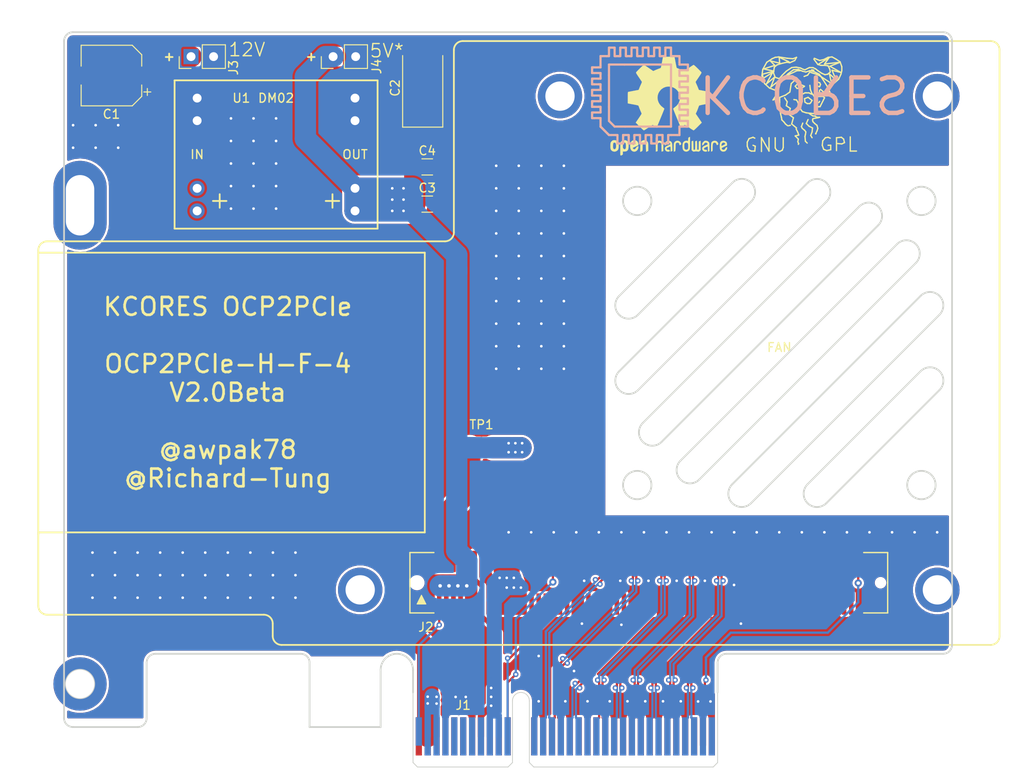
<source format=kicad_pcb>
(kicad_pcb (version 20171130) (host pcbnew "(5.1.4)-1")
  (layers (0 F.Cu signal) (31 B.Cu signal) (34 B.Paste user) (35 F.Paste user) (36 B.SilkS user) (37 F.SilkS user) (38 B.Mask user) (39 F.Mask user) (44 Edge.Cuts user))
  (net 0 "")
  (net 1 "Net-(J2-Pad59)")
  (net 2 "Net-(J2-Pad58)")
  (net 3 "Net-(J2-Pad55)")
  (net 4 "Net-(J2-Pad54)")
  (net 5 "Net-(J2-Pad51)")
  (net 6 "Net-(J2-Pad50)")
  (net 7 "Net-(J2-Pad47)")
  (net 8 "Net-(J2-Pad46)")
  (net 9 "Net-(J2-Pad27)")
  (net 10 "Net-(J2-Pad26)")
  (net 11 "Net-(J2-Pad23)")
  (net 12 "Net-(J2-Pad22)")
  (net 13 "Net-(J2-Pad16)")
  (net 14 "Net-(J2-Pad15)")
  (net 15 "Net-(J2-Pad14)")
  (net 16 "Net-(J2-Pad80)")
  (net 17 "Net-(J2-Pad78)")
  (net 18 "Net-(J2-Pad76)")
  (net 19 "Net-(J2-Pad75)")
  (net 20 "Net-(J2-Pad74)")
  (net 21 "Net-(J1-PadA32)")
  (net 22 "Net-(J1-PadA19)")
  (net 23 "Net-(J1-PadB30)")
  (net 24 +12V)
  (net 25 GND)
  (net 26 +3V3)
  (net 27 "Net-(J1-PadB9)")
  (net 28 3V3AUX)
  (net 29 WAKE)
  (net 30 "Net-(J1-PadB17)")
  (net 31 "Net-(J1-PadB12)")
  (net 32 "Net-(J1-PadA5)")
  (net 33 "Net-(J1-PadA6)")
  (net 34 "Net-(J1-PadA7)")
  (net 35 "Net-(J1-PadA8)")
  (net 36 PERST)
  (net 37 REFCLK-)
  (net 38 REFCLK+)
  (net 39 "Net-(J2-Pad81)")
  (net 40 HSO3_N)
  (net 41 HSO3_P)
  (net 42 HSO2_N)
  (net 43 HSO2_P)
  (net 44 HSO1_N)
  (net 45 HSO1_P)
  (net 46 HSO0_P)
  (net 47 HSO0_N)
  (net 48 HSI3_N)
  (net 49 HSI3_P)
  (net 50 HSI2_N)
  (net 51 HSI2_P)
  (net 52 HSI1_N)
  (net 53 HSI1_P)
  (net 54 HSI0_P)
  (net 55 HSI0_N)
  (net 56 PRSNT2)
  (net 57 PRSNT1)
  (net 58 "Net-(J2-Pad117)")
  (net 59 "Net-(J2-Pad116)")
  (net 60 "Net-(J2-Pad113)")
  (net 61 "Net-(J2-Pad112)")
  (net 62 "Net-(J2-Pad109)")
  (net 63 "Net-(J2-Pad108)")
  (net 64 "Net-(J2-Pad105)")
  (net 65 "Net-(J2-Pad104)")
  (net 66 P5V_AUX)
  (net 67 "Net-(J1-PadB5)")
  (net 68 "Net-(J1-PadB6)")
  (net 69 "Net-(J2-Pad19)")
  (net 70 "Net-(J2-Pad18)")
  (module Connector_Wire:SolderWirePad_1x01_Drill0.8mm (layer F.Cu) (at 95.5 70.739)
    (fp_text reference REF** hide)
    (fp_text value "" hide)
    (pad 1 thru_hole oval (at 0 0) (size 6 10) (drill oval 3.2 6.8) (layers *.Cu *.Mask))
  )
  (module Connector_Wire:SolderWirePad_1x01_Drill0.8mm (layer F.Cu) (at 95.5 124.650001)
    (fp_text reference REF** hide)
    (fp_text value "" hide)
    (pad 1 thru_hole circle (at 0 0) (size 6 6) (drill 3.2) (layers *.Cu *.Mask))
  )
  (module FCI_61082:OCP_Mezz_V2.0 (layer F.Cu) (at 133.45 113.25)
    (fp_text reference J2 (at 1 5) (layer F.SilkS))
    (fp_text value Conn_02x40_Top_Bottom)
    (pad 120 smd rect (at 49.7 -2.4) (size 0.5 2.4) (layers F.Cu F.Paste F.Mask) (net 56 PRSNT2))
    (pad 119 smd rect (at 48.9 -2.4) (size 0.5 2.4) (layers F.Cu F.Paste F.Mask) (net 25 GND))
    (pad 118 smd rect (at 48.1 -2.4) (size 0.5 2.4) (layers F.Cu F.Paste F.Mask) (net 25 GND))
    (pad 117 smd rect (at 47.3 -2.4) (size 0.5 2.4) (layers F.Cu F.Paste F.Mask) (net 58 "Net-(J2-Pad117)"))
    (pad 116 smd rect (at 46.5 -2.4) (size 0.5 2.4) (layers F.Cu F.Paste F.Mask) (net 59 "Net-(J2-Pad116)"))
    (pad 115 smd rect (at 45.7 -2.4) (size 0.5 2.4) (layers F.Cu F.Paste F.Mask) (net 25 GND))
    (pad 114 smd rect (at 44.9 -2.4) (size 0.5 2.4) (layers F.Cu F.Paste F.Mask) (net 25 GND))
    (pad 113 smd rect (at 44.1 -2.4) (size 0.5 2.4) (layers F.Cu F.Paste F.Mask) (net 60 "Net-(J2-Pad113)"))
    (pad 112 smd rect (at 43.3 -2.4) (size 0.5 2.4) (layers F.Cu F.Paste F.Mask) (net 61 "Net-(J2-Pad112)"))
    (pad 111 smd rect (at 42.5 -2.4) (size 0.5 2.4) (layers F.Cu F.Paste F.Mask) (net 25 GND))
    (pad 110 smd rect (at 41.7 -2.4) (size 0.5 2.4) (layers F.Cu F.Paste F.Mask) (net 25 GND))
    (pad 109 smd rect (at 40.9 -2.4) (size 0.5 2.4) (layers F.Cu F.Paste F.Mask) (net 62 "Net-(J2-Pad109)"))
    (pad 108 smd rect (at 40.1 -2.4) (size 0.5 2.4) (layers F.Cu F.Paste F.Mask) (net 63 "Net-(J2-Pad108)"))
    (pad 107 smd rect (at 39.3 -2.4) (size 0.5 2.4) (layers F.Cu F.Paste F.Mask) (net 25 GND))
    (pad 106 smd rect (at 38.5 -2.4) (size 0.5 2.4) (layers F.Cu F.Paste F.Mask) (net 25 GND))
    (pad 105 smd rect (at 37.7 -2.4) (size 0.5 2.4) (layers F.Cu F.Paste F.Mask) (net 64 "Net-(J2-Pad105)"))
    (pad 104 smd rect (at 36.9 -2.4) (size 0.5 2.4) (layers F.Cu F.Paste F.Mask) (net 65 "Net-(J2-Pad104)"))
    (pad 103 smd rect (at 36.1 -2.4) (size 0.5 2.4) (layers F.Cu F.Paste F.Mask) (net 25 GND))
    (pad 102 smd rect (at 35.3 -2.4) (size 0.5 2.4) (layers F.Cu F.Paste F.Mask) (net 25 GND))
    (pad 101 smd rect (at 34.5 -2.4) (size 0.5 2.4) (layers F.Cu F.Paste F.Mask) (net 40 HSO3_N))
    (pad 100 smd rect (at 33.7 -2.4) (size 0.5 2.4) (layers F.Cu F.Paste F.Mask) (net 41 HSO3_P))
    (pad 99 smd rect (at 32.9 -2.4) (size 0.5 2.4) (layers F.Cu F.Paste F.Mask) (net 25 GND))
    (pad 98 smd rect (at 32.1 -2.4) (size 0.5 2.4) (layers F.Cu F.Paste F.Mask) (net 25 GND))
    (pad 97 smd rect (at 31.3 -2.4) (size 0.5 2.4) (layers F.Cu F.Paste F.Mask) (net 42 HSO2_N))
    (pad 96 smd rect (at 30.5 -2.4) (size 0.5 2.4) (layers F.Cu F.Paste F.Mask) (net 43 HSO2_P))
    (pad 95 smd rect (at 29.7 -2.4) (size 0.5 2.4) (layers F.Cu F.Paste F.Mask) (net 25 GND))
    (pad 94 smd rect (at 28.9 -2.4) (size 0.5 2.4) (layers F.Cu F.Paste F.Mask) (net 25 GND))
    (pad 93 smd rect (at 28.1 -2.4) (size 0.5 2.4) (layers F.Cu F.Paste F.Mask) (net 44 HSO1_N))
    (pad 92 smd rect (at 27.3 -2.4) (size 0.5 2.4) (layers F.Cu F.Paste F.Mask) (net 45 HSO1_P))
    (pad 91 smd rect (at 26.5 -2.4) (size 0.5 2.4) (layers F.Cu F.Paste F.Mask) (net 25 GND))
    (pad 90 smd rect (at 25.7 -2.4) (size 0.5 2.4) (layers F.Cu F.Paste F.Mask) (net 25 GND))
    (pad 89 smd rect (at 24.9 -2.4) (size 0.5 2.4) (layers F.Cu F.Paste F.Mask) (net 47 HSO0_N))
    (pad 88 smd rect (at 24.1 -2.4) (size 0.5 2.4) (layers F.Cu F.Paste F.Mask) (net 46 HSO0_P))
    (pad 87 smd rect (at 23.3 -2.4) (size 0.5 2.4) (layers F.Cu F.Paste F.Mask) (net 25 GND))
    (pad 86 smd rect (at 22.5 -2.4) (size 0.5 2.4) (layers F.Cu F.Paste F.Mask) (net 25 GND))
    (pad 85 smd rect (at 21.7 -2.4) (size 0.5 2.4) (layers F.Cu F.Paste F.Mask) (net 37 REFCLK-))
    (pad 84 smd rect (at 20.9 -2.4) (size 0.5 2.4) (layers F.Cu F.Paste F.Mask) (net 38 REFCLK+))
    (pad 83 smd rect (at 20.1 -2.4) (size 0.5 2.4) (layers F.Cu F.Paste F.Mask) (net 25 GND))
    (pad 82 smd rect (at 19.3 -2.4) (size 0.5 2.4) (layers F.Cu F.Paste F.Mask) (net 25 GND))
    (pad 81 smd rect (at 18.5 -2.4) (size 0.5 2.4) (layers F.Cu F.Paste F.Mask) (net 39 "Net-(J2-Pad81)"))
    (pad 80 smd rect (at 17.7 -2.4) (size 0.5 2.4) (layers F.Cu F.Paste F.Mask) (net 16 "Net-(J2-Pad80)"))
    (pad 79 smd rect (at 16.9 -2.4) (size 0.5 2.4) (layers F.Cu F.Paste F.Mask) (net 25 GND))
    (pad 78 smd rect (at 16.1 -2.4) (size 0.5 2.4) (layers F.Cu F.Paste F.Mask) (net 17 "Net-(J2-Pad78)"))
    (pad 77 smd rect (at 15.3 -2.4) (size 0.5 2.4) (layers F.Cu F.Paste F.Mask) (net 29 WAKE))
    (pad 76 smd rect (at 14.5 -2.4) (size 0.5 2.4) (layers F.Cu F.Paste F.Mask) (net 18 "Net-(J2-Pad76)"))
    (pad 75 smd rect (at 13.7 -2.4) (size 0.5 2.4) (layers F.Cu F.Paste F.Mask) (net 19 "Net-(J2-Pad75)"))
    (pad 74 smd rect (at 12.9 -2.4) (size 0.5 2.4) (layers F.Cu F.Paste F.Mask) (net 20 "Net-(J2-Pad74)"))
    (pad 73 smd rect (at 12.1 -2.4) (size 0.5 2.4) (layers F.Cu F.Paste F.Mask) (net 25 GND))
    (pad 72 smd rect (at 11.3 -2.4) (size 0.5 2.4) (layers F.Cu F.Paste F.Mask) (net 26 +3V3))
    (pad 71 smd rect (at 10.5 -2.4) (size 0.5 2.4) (layers F.Cu F.Paste F.Mask) (net 26 +3V3))
    (pad 70 smd rect (at 9.7 -2.4) (size 0.5 2.4) (layers F.Cu F.Paste F.Mask) (net 26 +3V3))
    (pad 69 smd rect (at 8.9 -2.4) (size 0.5 2.4) (layers F.Cu F.Paste F.Mask) (net 26 +3V3))
    (pad 68 smd rect (at 8.1 -2.4) (size 0.5 2.4) (layers F.Cu F.Paste F.Mask) (net 25 GND))
    (pad 67 smd rect (at 7.3 -2.4) (size 0.5 2.4) (layers F.Cu F.Paste F.Mask) (net 25 GND))
    (pad 66 smd rect (at 6.5 -2.4) (size 0.5 2.4) (layers F.Cu F.Paste F.Mask) (net 28 3V3AUX))
    (pad 65 smd rect (at 5.7 -2.4) (size 0.5 2.4) (layers F.Cu F.Paste F.Mask) (net 25 GND))
    (pad 64 smd rect (at 4.9 -2.4) (size 0.5 2.4) (layers F.Cu F.Paste F.Mask) (net 25 GND))
    (pad 63 smd rect (at 4.1 -2.4) (size 0.5 2.4) (layers F.Cu F.Paste F.Mask) (net 24 +12V))
    (pad 62 smd rect (at 3.3 -2.4) (size 0.5 2.4) (layers F.Cu F.Paste F.Mask) (net 24 +12V))
    (pad 61 smd rect (at 2.5 -2.4) (size 0.5 2.4) (layers F.Cu F.Paste F.Mask) (net 24 +12V))
    (pad 60 smd rect (at 49.7 2.4) (size 0.5 2.4) (layers F.Cu F.Paste F.Mask) (net 25 GND))
    (pad 59 smd rect (at 48.9 2.4) (size 0.5 2.4) (layers F.Cu F.Paste F.Mask) (net 1 "Net-(J2-Pad59)"))
    (pad 58 smd rect (at 48.1 2.4) (size 0.5 2.4) (layers F.Cu F.Paste F.Mask) (net 2 "Net-(J2-Pad58)"))
    (pad 57 smd rect (at 47.3 2.4) (size 0.5 2.4) (layers F.Cu F.Paste F.Mask) (net 25 GND))
    (pad 56 smd rect (at 46.5 2.4) (size 0.5 2.4) (layers F.Cu F.Paste F.Mask) (net 25 GND))
    (pad 55 smd rect (at 45.7 2.4) (size 0.5 2.4) (layers F.Cu F.Paste F.Mask) (net 3 "Net-(J2-Pad55)"))
    (pad 54 smd rect (at 44.9 2.4) (size 0.5 2.4) (layers F.Cu F.Paste F.Mask) (net 4 "Net-(J2-Pad54)"))
    (pad 53 smd rect (at 44.1 2.4) (size 0.5 2.4) (layers F.Cu F.Paste F.Mask) (net 25 GND))
    (pad 52 smd rect (at 43.3 2.4) (size 0.5 2.4) (layers F.Cu F.Paste F.Mask) (net 25 GND))
    (pad 51 smd rect (at 42.5 2.4) (size 0.5 2.4) (layers F.Cu F.Paste F.Mask) (net 5 "Net-(J2-Pad51)"))
    (pad 50 smd rect (at 41.7 2.4) (size 0.5 2.4) (layers F.Cu F.Paste F.Mask) (net 6 "Net-(J2-Pad50)"))
    (pad 49 smd rect (at 40.9 2.4) (size 0.5 2.4) (layers F.Cu F.Paste F.Mask) (net 25 GND))
    (pad 48 smd rect (at 40.1 2.4) (size 0.5 2.4) (layers F.Cu F.Paste F.Mask) (net 25 GND))
    (pad 47 smd rect (at 39.3 2.4) (size 0.5 2.4) (layers F.Cu F.Paste F.Mask) (net 7 "Net-(J2-Pad47)"))
    (pad 46 smd rect (at 38.5 2.4) (size 0.5 2.4) (layers F.Cu F.Paste F.Mask) (net 8 "Net-(J2-Pad46)"))
    (pad 45 smd rect (at 37.7 2.4) (size 0.5 2.4) (layers F.Cu F.Paste F.Mask) (net 25 GND))
    (pad 44 smd rect (at 36.9 2.4) (size 0.5 2.4) (layers F.Cu F.Paste F.Mask) (net 25 GND))
    (pad 43 smd rect (at 36.1 2.4) (size 0.5 2.4) (layers F.Cu F.Paste F.Mask) (net 48 HSI3_N))
    (pad 42 smd rect (at 35.3 2.4) (size 0.5 2.4) (layers F.Cu F.Paste F.Mask) (net 49 HSI3_P))
    (pad 41 smd rect (at 34.5 2.4) (size 0.5 2.4) (layers F.Cu F.Paste F.Mask) (net 25 GND))
    (pad 40 smd rect (at 33.7 2.4) (size 0.5 2.4) (layers F.Cu F.Paste F.Mask) (net 25 GND))
    (pad 39 smd rect (at 32.9 2.4) (size 0.5 2.4) (layers F.Cu F.Paste F.Mask) (net 50 HSI2_N))
    (pad 38 smd rect (at 32.1 2.4) (size 0.5 2.4) (layers F.Cu F.Paste F.Mask) (net 51 HSI2_P))
    (pad 37 smd rect (at 31.3 2.4) (size 0.5 2.4) (layers F.Cu F.Paste F.Mask) (net 25 GND))
    (pad 36 smd rect (at 30.5 2.4) (size 0.5 2.4) (layers F.Cu F.Paste F.Mask) (net 25 GND))
    (pad 35 smd rect (at 29.7 2.4) (size 0.5 2.4) (layers F.Cu F.Paste F.Mask) (net 52 HSI1_N))
    (pad 34 smd rect (at 28.9 2.4) (size 0.5 2.4) (layers F.Cu F.Paste F.Mask) (net 53 HSI1_P))
    (pad 33 smd rect (at 28.1 2.4) (size 0.5 2.4) (layers F.Cu F.Paste F.Mask) (net 25 GND))
    (pad 32 smd rect (at 27.3 2.4) (size 0.5 2.4) (layers F.Cu F.Paste F.Mask) (net 25 GND))
    (pad 31 smd rect (at 26.5 2.4) (size 0.5 2.4) (layers F.Cu F.Paste F.Mask) (net 55 HSI0_N))
    (pad 30 smd rect (at 25.7 2.4) (size 0.5 2.4) (layers F.Cu F.Paste F.Mask) (net 54 HSI0_P))
    (pad 29 smd rect (at 24.9 2.4) (size 0.5 2.4) (layers F.Cu F.Paste F.Mask) (net 25 GND))
    (pad 28 smd rect (at 24.1 2.4) (size 0.5 2.4) (layers F.Cu F.Paste F.Mask) (net 25 GND))
    (pad 27 smd rect (at 23.3 2.4) (size 0.5 2.4) (layers F.Cu F.Paste F.Mask) (net 9 "Net-(J2-Pad27)"))
    (pad 26 smd rect (at 22.5 2.4) (size 0.5 2.4) (layers F.Cu F.Paste F.Mask) (net 10 "Net-(J2-Pad26)"))
    (pad 25 smd rect (at 21.7 2.4) (size 0.5 2.4) (layers F.Cu F.Paste F.Mask) (net 25 GND))
    (pad 24 smd rect (at 20.9 2.4) (size 0.5 2.4) (layers F.Cu F.Paste F.Mask) (net 25 GND))
    (pad 23 smd rect (at 20.1 2.4) (size 0.5 2.4) (layers F.Cu F.Paste F.Mask) (net 11 "Net-(J2-Pad23)"))
    (pad 22 smd rect (at 19.3 2.4) (size 0.5 2.4) (layers F.Cu F.Paste F.Mask) (net 12 "Net-(J2-Pad22)"))
    (pad 21 smd rect (at 18.5 2.4) (size 0.5 2.4) (layers F.Cu F.Paste F.Mask) (net 25 GND))
    (pad 20 smd rect (at 17.7 2.4) (size 0.5 2.4) (layers F.Cu F.Paste F.Mask) (net 25 GND))
    (pad 19 smd rect (at 16.9 2.4) (size 0.5 2.4) (layers F.Cu F.Paste F.Mask) (net 69 "Net-(J2-Pad19)"))
    (pad 18 smd rect (at 16.1 2.4) (size 0.5 2.4) (layers F.Cu F.Paste F.Mask) (net 70 "Net-(J2-Pad18)"))
    (pad 17 smd rect (at 15.3 2.4) (size 0.5 2.4) (layers F.Cu F.Paste F.Mask) (net 36 PERST))
    (pad 16 smd rect (at 14.5 2.4) (size 0.5 2.4) (layers F.Cu F.Paste F.Mask) (net 13 "Net-(J2-Pad16)"))
    (pad 15 smd rect (at 13.7 2.4) (size 0.5 2.4) (layers F.Cu F.Paste F.Mask) (net 14 "Net-(J2-Pad15)"))
    (pad 14 smd rect (at 12.9 2.4) (size 0.5 2.4) (layers F.Cu F.Paste F.Mask) (net 15 "Net-(J2-Pad14)"))
    (pad 13 smd rect (at 12.1 2.4) (size 0.5 2.4) (layers F.Cu F.Paste F.Mask) (net 26 +3V3))
    (pad 12 smd rect (at 11.3 2.4) (size 0.5 2.4) (layers F.Cu F.Paste F.Mask) (net 26 +3V3))
    (pad 11 smd rect (at 10.5 2.4) (size 0.5 2.4) (layers F.Cu F.Paste F.Mask) (net 26 +3V3))
    (pad 10 smd rect (at 9.7 2.4) (size 0.5 2.4) (layers F.Cu F.Paste F.Mask) (net 26 +3V3))
    (pad 9 smd rect (at 8.9 2.4) (size 0.5 2.4) (layers F.Cu F.Paste F.Mask) (net 25 GND))
    (pad 8 smd rect (at 8.1 2.4) (size 0.5 2.4) (layers F.Cu F.Paste F.Mask) (net 25 GND))
    (pad 7 smd rect (at 7.3 2.4) (size 0.5 2.4) (layers F.Cu F.Paste F.Mask) (net 28 3V3AUX))
    (pad 6 smd rect (at 6.5 2.4) (size 0.5 2.4) (layers F.Cu F.Paste F.Mask) (net 25 GND))
    (pad 5 smd rect (at 5.7 2.4) (size 0.5 2.4) (layers F.Cu F.Paste F.Mask) (net 25 GND))
    (pad 4 smd rect (at 4.9 2.4) (size 0.5 2.4) (layers F.Cu F.Paste F.Mask) (net 66 P5V_AUX))
    (pad 3 smd rect (at 4.1 2.4) (size 0.5 2.4) (layers F.Cu F.Paste F.Mask) (net 66 P5V_AUX))
    (pad 2 smd rect (at 3.3 2.4) (size 0.5 2.4) (layers F.Cu F.Paste F.Mask) (net 66 P5V_AUX))
    (pad "" thru_hole circle (at 58.6 0.8) (size 5 5) (drill 3.3) (layers *.Cu *.Mask))
    (pad "" thru_hole circle (at 58.6 -54.8) (size 5 5) (drill 3.3) (layers *.Cu *.Mask))
    (pad "" thru_hole circle (at 16.1 -54.8) (size 5 5) (drill 3.3) (layers *.Cu *.Mask))
    (pad 1 smd rect (at 2.5 2.4) (size 0.5 2.4) (layers F.Cu F.Paste F.Mask) (net 57 PRSNT1))
    (pad "" np_thru_hole circle (at 0 0) (size 1.2 1.2) (drill 1.2) (layers *.Cu *.Mask))
    (pad "" np_thru_hole circle (at 52.2 0) (size 0.8 0.8) (drill 0.8) (layers *.Cu *.Mask))
    (pad "" thru_hole circle (at -6.4 0.8) (size 5 5) (drill 3.3) (layers *.Cu *.Mask))
  )
  (module Connector_PCBEdge:BUS_PCIexpress_x4 (layer F.Cu) (at 133.65 130.55)
    (fp_text reference J1 (at 5 -3.5) (layer F.SilkS))
    (fp_text value "PCI Express x4")
    (fp_line (start 10.55 -4) (end 10.55 2.95) (layer Edge.Cuts) (width 0.1))
    (fp_line (start 12.45 -4) (end 12.45 2.95) (layer Edge.Cuts) (width 0.1))
    (fp_line (start -0.65 -4.95) (end -0.65 2.95) (layer Edge.Cuts) (width 0.1))
    (fp_line (start -0.15 3.45) (end 10.05 3.45) (layer Edge.Cuts) (width 0.1))
    (fp_line (start 33.65 -4.95) (end 33.65 2.95) (layer Edge.Cuts) (width 0.1))
    (fp_line (start 12.95 3.45) (end 33.15 3.45) (layer Edge.Cuts) (width 0.1))
    (fp_line (start -0.65 2.95) (end -0.15 3.45) (layer Edge.Cuts) (width 0.1))
    (fp_line (start 10.55 2.95) (end 10.05 3.45) (layer Edge.Cuts) (width 0.1))
    (fp_line (start 12.45 2.95) (end 12.95 3.45) (layer Edge.Cuts) (width 0.1))
    (fp_line (start 33.65 2.95) (end 33.15 3.45) (layer Edge.Cuts) (width 0.1))
    (fp_arc (start 11.5 -4) (end 12.45 -4) (angle -180) (layer Edge.Cuts) (width 0.1))
    (pad A32 connect rect (at 33 0) (size 0.7 4.3) (layers B.Cu B.Mask) (net 21 "Net-(J1-PadA32)"))
    (pad A31 connect rect (at 32 0) (size 0.7 4.3) (layers B.Cu B.Mask) (net 25 GND))
    (pad A30 connect rect (at 31 0) (size 0.7 4.3) (layers B.Cu B.Mask) (net 48 HSI3_N))
    (pad A29 connect rect (at 30 0) (size 0.7 4.3) (layers B.Cu B.Mask) (net 49 HSI3_P))
    (pad A28 connect rect (at 29 0) (size 0.7 4.3) (layers B.Cu B.Mask) (net 25 GND))
    (pad A27 connect rect (at 28 0) (size 0.7 4.3) (layers B.Cu B.Mask) (net 25 GND))
    (pad A26 connect rect (at 27 0) (size 0.7 4.3) (layers B.Cu B.Mask) (net 50 HSI2_N))
    (pad A25 connect rect (at 26 0) (size 0.7 4.3) (layers B.Cu B.Mask) (net 51 HSI2_P))
    (pad A24 connect rect (at 25 0) (size 0.7 4.3) (layers B.Cu B.Mask) (net 25 GND))
    (pad A23 connect rect (at 24 0) (size 0.7 4.3) (layers B.Cu B.Mask) (net 25 GND))
    (pad A22 connect rect (at 23 0) (size 0.7 4.3) (layers B.Cu B.Mask) (net 52 HSI1_N))
    (pad A21 connect rect (at 22 0) (size 0.7 4.3) (layers B.Cu B.Mask) (net 53 HSI1_P))
    (pad A20 connect rect (at 21 0) (size 0.7 4.3) (layers B.Cu B.Mask) (net 25 GND))
    (pad A19 connect rect (at 20 0) (size 0.7 4.3) (layers B.Cu B.Mask) (net 22 "Net-(J1-PadA19)"))
    (pad B32 connect rect (at 33 0) (size 0.7 4.3) (layers F.Cu F.Mask) (net 25 GND))
    (pad B31 connect rect (at 32 -0.55) (size 0.7 3.2) (layers F.Cu F.Mask) (net 56 PRSNT2))
    (pad B30 connect rect (at 31 0) (size 0.7 4.3) (layers F.Cu F.Mask) (net 23 "Net-(J1-PadB30)"))
    (pad B29 connect rect (at 30 0) (size 0.7 4.3) (layers F.Cu F.Mask) (net 25 GND))
    (pad B28 connect rect (at 29 0) (size 0.7 4.3) (layers F.Cu F.Mask) (net 40 HSO3_N))
    (pad B27 connect rect (at 28 0) (size 0.7 4.3) (layers F.Cu F.Mask) (net 41 HSO3_P))
    (pad B26 connect rect (at 27 0) (size 0.7 4.3) (layers F.Cu F.Mask) (net 25 GND))
    (pad B25 connect rect (at 26 0) (size 0.7 4.3) (layers F.Cu F.Mask) (net 25 GND))
    (pad B24 connect rect (at 25 0) (size 0.7 4.3) (layers F.Cu F.Mask) (net 42 HSO2_N))
    (pad B23 connect rect (at 24 0) (size 0.7 4.3) (layers F.Cu F.Mask) (net 43 HSO2_P))
    (pad B22 connect rect (at 23 0) (size 0.7 4.3) (layers F.Cu F.Mask) (net 25 GND))
    (pad B21 connect rect (at 22 0) (size 0.7 4.3) (layers F.Cu F.Mask) (net 25 GND))
    (pad B20 connect rect (at 21 0) (size 0.7 4.3) (layers F.Cu F.Mask) (net 44 HSO1_N))
    (pad B19 connect rect (at 20 0) (size 0.7 4.3) (layers F.Cu F.Mask) (net 45 HSO1_P))
    (pad B1 connect rect (at 0 0) (size 0.7 4.3) (layers F.Cu F.Mask) (net 24 +12V))
    (pad B2 connect rect (at 1 0) (size 0.7 4.3) (layers F.Cu F.Mask) (net 24 +12V))
    (pad B3 connect rect (at 2 0) (size 0.7 4.3) (layers F.Cu F.Mask) (net 24 +12V))
    (pad B4 connect rect (at 3 0) (size 0.7 4.3) (layers F.Cu F.Mask) (net 25 GND))
    (pad B5 connect rect (at 4 0) (size 0.7 4.3) (layers F.Cu F.Mask) (net 67 "Net-(J1-PadB5)"))
    (pad B6 connect rect (at 5 0) (size 0.7 4.3) (layers F.Cu F.Mask) (net 68 "Net-(J1-PadB6)"))
    (pad B7 connect rect (at 6 0) (size 0.7 4.3) (layers F.Cu F.Mask) (net 25 GND))
    (pad B8 connect rect (at 7 0) (size 0.7 4.3) (layers F.Cu F.Mask) (net 26 +3V3))
    (pad B9 connect rect (at 8 0) (size 0.7 4.3) (layers F.Cu F.Mask) (net 27 "Net-(J1-PadB9)"))
    (pad B10 connect rect (at 9 0) (size 0.7 4.3) (layers F.Cu F.Mask) (net 28 3V3AUX))
    (pad B11 connect rect (at 10 0) (size 0.7 4.3) (layers F.Cu F.Mask) (net 29 WAKE))
    (pad B14 connect rect (at 15 0) (size 0.7 4.3) (layers F.Cu F.Mask) (net 46 HSO0_P))
    (pad B15 connect rect (at 16 0) (size 0.7 4.3) (layers F.Cu F.Mask) (net 47 HSO0_N))
    (pad B16 connect rect (at 17 0) (size 0.7 4.3) (layers F.Cu F.Mask) (net 25 GND))
    (pad B17 connect rect (at 18 0) (size 0.7 4.3) (layers F.Cu F.Mask) (net 30 "Net-(J1-PadB17)"))
    (pad B18 connect rect (at 19 0) (size 0.7 4.3) (layers F.Cu F.Mask) (net 25 GND))
    (pad B12 connect rect (at 13 0) (size 0.7 4.3) (layers F.Cu F.Mask) (net 31 "Net-(J1-PadB12)"))
    (pad B13 connect rect (at 14 0) (size 0.7 4.3) (layers F.Cu F.Mask) (net 25 GND))
    (pad A1 connect rect (at 0 -0.55) (size 0.7 3.2) (layers B.Cu B.Mask) (net 57 PRSNT1))
    (pad A2 connect rect (at 1 0) (size 0.7 4.3) (layers B.Cu B.Mask) (net 24 +12V))
    (pad A3 connect rect (at 2 0) (size 0.7 4.3) (layers B.Cu B.Mask) (net 24 +12V))
    (pad A4 connect rect (at 3 0) (size 0.7 4.3) (layers B.Cu B.Mask) (net 25 GND))
    (pad A5 connect rect (at 4 0) (size 0.7 4.3) (layers B.Cu B.Mask) (net 32 "Net-(J1-PadA5)"))
    (pad A6 connect rect (at 5 0) (size 0.7 4.3) (layers B.Cu B.Mask) (net 33 "Net-(J1-PadA6)"))
    (pad A7 connect rect (at 6 0) (size 0.7 4.3) (layers B.Cu B.Mask) (net 34 "Net-(J1-PadA7)"))
    (pad A8 connect rect (at 7 0) (size 0.7 4.3) (layers B.Cu B.Mask) (net 35 "Net-(J1-PadA8)"))
    (pad A9 connect rect (at 8 0) (size 0.7 4.3) (layers B.Cu B.Mask) (net 26 +3V3))
    (pad A10 connect rect (at 9 0) (size 0.7 4.3) (layers B.Cu B.Mask) (net 26 +3V3))
    (pad A11 connect rect (at 10 0) (size 0.7 4.3) (layers B.Cu B.Mask) (net 36 PERST))
    (pad A14 connect rect (at 15 0) (size 0.7 4.3) (layers B.Cu B.Mask) (net 37 REFCLK-))
    (pad A15 connect rect (at 16 0) (size 0.7 4.3) (layers B.Cu B.Mask) (net 25 GND))
    (pad A16 connect rect (at 17 0) (size 0.7 4.3) (layers B.Cu B.Mask) (net 54 HSI0_P))
    (pad A17 connect rect (at 18 0) (size 0.7 4.3) (layers B.Cu B.Mask) (net 55 HSI0_N))
    (pad A18 connect rect (at 19 0) (size 0.7 4.3) (layers B.Cu B.Mask) (net 25 GND))
    (pad A12 connect rect (at 13 0) (size 0.7 4.3) (layers B.Cu B.Mask) (net 25 GND))
    (pad A13 connect rect (at 14 0) (size 0.7 4.3) (layers B.Cu B.Mask) (net 38 REFCLK+))
  )
  (module Symbol:OSHW-Logo2_14.6x12mm_SilkScreen (layer F.Cu) (at 161.798 59.563)
    (fp_text reference REF** hide)
    (fp_text value OSHW-Logo2_14.6x12mm_SilkScreen hide)
  )
  (module Symbol:Symbol_GNU-Logo_SilkscreenTop (layer F.Cu) (at 177.038 57.785)
    (fp_text reference REF** hide)
    (fp_text value Symbol_GNU-Logo_SilkscreenTop)
  )
  (module Connector_PinHeader_2.54mm:PinHeader_1x02_P2.54mm_Vertical (layer F.Cu) (at 124 54 90)
    (fp_text reference J4 (at -1.118 4.905 270) (layer F.SilkS))
    (fp_text value Conn_01x02)
    (pad 1 thru_hole rect (at 0 0 90) (size 1.7 1.7) (drill 1) (layers *.Cu *.Mask) (net 66 P5V_AUX))
    (pad 2 thru_hole oval (at 0 2.54 90) (size 1.7 1.7) (drill 1) (layers *.Cu *.Mask) (net 25 GND))
  )
  (module Connector_PinHeader_2.54mm:PinHeader_1x02_P2.54mm_Vertical (layer F.Cu) (at 108 54 90)
    (fp_text reference J3 (at -1.245 4.776 90) (layer F.SilkS))
    (fp_text value Conn_01x02)
    (pad 1 thru_hole rect (at 0 0 90) (size 1.7 1.7) (drill 1) (layers *.Cu *.Mask) (net 24 +12V))
    (pad 2 thru_hole oval (at 0 2.54 90) (size 1.7 1.7) (drill 1) (layers *.Cu *.Mask) (net 25 GND))
  )
  (module FCI_61082:TestPlot (layer F.Cu) (at 140.716 98.044)
    (fp_text reference TP1 (at 0 -2.6) (layer F.SilkS))
    (fp_text value TestPoint_2Pole)
    (pad 2 smd rect (at 1.325 0) (size 2.4 2) (layers F.Cu F.Paste F.Mask) (net 66 P5V_AUX))
    (pad 1 smd rect (at -1.325 0) (size 2.4 2) (layers F.Cu F.Paste F.Mask) (net 24 +12V))
  )
  (module FCI_61082:DM02 (layer F.Cu) (at 126.468 71.374 180)
    (fp_text reference U1 (at 12.803 12.7) (layer F.SilkS))
    (fp_text value DM02)
    (fp_text user DM02 (at 8.89 12.7) (layer F.SilkS))
    (fp_text user IN (at 17.78 6.35) (layer F.SilkS))
    (fp_text user OUT (at 0 6.35) (layer F.SilkS))
    (fp_text user + (at 15.24 1.27) (layer F.SilkS) (effects (font (size 2 2) (thickness 0.2))))
    (fp_text user + (at 2.54 1.27) (layer F.SilkS) (effects (font (size 2 2) (thickness 0.2))))
    (pad 1 thru_hole circle (at 0 0 180) (size 1.7 1.7) (drill 1) (layers *.Cu *.Mask) (net 66 P5V_AUX))
    (pad 1 connect oval (at 0 0 180) (size 4.24 1.7) (drill (offset -1.27 0)) (layers F.Cu F.Mask) (net 66 P5V_AUX))
    (pad 1 connect oval (at 0 2.54 180) (size 4.24 1.7) (drill (offset -1.27 0)) (layers F.Cu F.Mask) (net 66 P5V_AUX))
    (pad 1 thru_hole circle (at 0 2.54 180) (size 1.7 1.7) (drill 1) (layers *.Cu *.Mask) (net 66 P5V_AUX))
    (pad 2 connect oval (at 0 10.16 180) (size 4.24 1.7) (drill (offset -1.27 0)) (layers F.Cu F.Mask) (net 25 GND))
    (pad 2 thru_hole circle (at 0 12.7 180) (size 1.7 1.7) (drill 1) (layers *.Cu *.Mask) (net 25 GND))
    (pad 2 thru_hole circle (at 0 10.16 180) (size 1.7 1.7) (drill 1) (layers *.Cu *.Mask) (net 25 GND))
    (pad 2 connect oval (at 0 12.7 180) (size 4.24 1.7) (drill (offset -1.27 0)) (layers F.Cu F.Mask) (net 25 GND))
    (pad 3 connect oval (at 17.78 10.16) (size 4.24 1.7) (drill (offset -1.27 0)) (layers F.Cu F.Mask) (net 25 GND))
    (pad 3 thru_hole circle (at 17.78 10.16) (size 1.7 1.7) (drill 1) (layers *.Cu *.Mask) (net 25 GND))
    (pad 3 connect oval (at 17.78 12.7) (size 4.24 1.7) (drill (offset -1.27 0)) (layers F.Cu F.Mask) (net 25 GND))
    (pad 3 thru_hole circle (at 17.78 12.7) (size 1.7 1.7) (drill 1) (layers *.Cu *.Mask) (net 25 GND))
    (pad 4 connect oval (at 17.78 0) (size 4.24 1.7) (drill (offset -1.27 0)) (layers F.Cu F.Mask) (net 24 +12V))
    (pad 4 thru_hole circle (at 17.78 0) (size 1.7 1.7) (drill 1) (layers *.Cu *.Mask) (net 24 +12V))
    (pad 4 connect oval (at 17.78 2.54) (size 4.24 1.7) (drill (offset -1.27 0)) (layers F.Cu F.Mask) (net 24 +12V))
    (pad 4 thru_hole circle (at 17.78 2.54) (size 1.7 1.7) (drill 1) (layers *.Cu *.Mask) (net 24 +12V))
  )
  (module Capacitor_SMD:C_1206_3216Metric (layer F.Cu) (at 134.599 66.421)
    (fp_text reference C4 (at 0 -1.82) (layer F.SilkS))
    (fp_text value C)
    (pad 1 smd roundrect (at -1.4 0) (size 1.25 1.75) (layers F.Cu F.Paste F.Mask) (roundrect_rratio 0.2) (net 66 P5V_AUX))
    (pad 2 smd roundrect (at 1.4 0) (size 1.25 1.75) (layers F.Cu F.Paste F.Mask) (roundrect_rratio 0.2) (net 25 GND))
  )
  (module Capacitor_SMD:C_1206_3216Metric (layer F.Cu) (at 134.599 70.612)
    (fp_text reference C3 (at 0 -1.82) (layer F.SilkS))
    (fp_text value C)
    (pad 1 smd roundrect (at -1.4 0) (size 1.25 1.75) (layers F.Cu F.Paste F.Mask) (roundrect_rratio 0.2) (net 66 P5V_AUX))
    (pad 2 smd roundrect (at 1.4 0) (size 1.25 1.75) (layers F.Cu F.Paste F.Mask) (roundrect_rratio 0.2) (net 25 GND))
  )
  (module Capacitor_Tantalum_SMD:CP_EIA-7343-31_Kemet-D (layer F.Cu) (at 134.088 57.531 90)
    (fp_text reference C2 (at 0 -3.1 90) (layer F.SilkS))
    (fp_text value C)
    (pad 1 smd roundrect (at -3.1125 0 90) (size 2.075 2.55) (layers F.Cu F.Paste F.Mask) (roundrect_rratio 0.120482) (net 66 P5V_AUX))
    (pad 2 smd roundrect (at 3.1125 0 90) (size 2.075 2.55) (layers F.Cu F.Paste F.Mask) (roundrect_rratio 0.120482) (net 25 GND))
  )
  (module Capacitor_SMD:CP_Elec_6.3x5.4 (layer F.Cu) (at 99.036 56.134 180)
    (fp_text reference C1 (at 0 -4.35) (layer F.SilkS))
    (fp_text value C)
    (pad 2 smd roundrect (at 2.8 0 180) (size 3.5 1.6) (layers F.Cu F.Paste F.Mask) (roundrect_rratio 0.15625) (net 25 GND))
    (pad 1 smd roundrect (at -2.8 0 180) (size 3.5 1.6) (layers F.Cu F.Paste F.Mask) (roundrect_rratio 0.15625) (net 24 +12V))
  )
  (module FCI_61082:Fan_4010 (layer F.Cu) (at 174.25 86.25)
    (fp_text reference FAN (at 0 0.5) (layer F.SilkS))
    (fp_text value Fan_4010)
    (fp_arc (start -16.980376 -4.232827) (end -18.041036 -5.293487) (angle -180) (layer Edge.Cuts) (width 0.2))
    (fp_line (start -3.172167 -15.919715) (end -15.919715 -3.172167) (layer Edge.Cuts) (width 0.2))
    (fp_arc (start -4.232827 -16.980376) (end -3.172167 -15.919715) (angle -180) (layer Edge.Cuts) (width 0.2))
    (fp_line (start -18.041036 -5.293487) (end -5.293487 -18.041036) (layer Edge.Cuts) (width 0.2))
    (fp_arc (start -16.976453 4.248531) (end -18.037113 3.187871) (angle -180) (layer Edge.Cuts) (width 0.2))
    (fp_line (start 5.309191 -15.915793) (end -15.915793 5.309191) (layer Edge.Cuts) (width 0.2))
    (fp_arc (start 4.248531 -16.976453) (end 5.309191 -15.915793) (angle -180) (layer Edge.Cuts) (width 0.2))
    (fp_line (start -18.037113 3.187871) (end 3.187871 -18.037113) (layer Edge.Cuts) (width 0.2))
    (fp_arc (start 16.980376 4.232827) (end 18.041036 5.293487) (angle -180) (layer Edge.Cuts) (width 0.2))
    (fp_line (start 3.172167 15.919715) (end 15.919715 3.172167) (layer Edge.Cuts) (width 0.2))
    (fp_arc (start 4.232827 16.980376) (end 3.172167 15.919715) (angle -180) (layer Edge.Cuts) (width 0.2))
    (fp_line (start 18.041036 5.293487) (end 5.293487 18.041036) (layer Edge.Cuts) (width 0.2))
    (fp_arc (start 16.976453 -4.248531) (end 18.037113 -3.187871) (angle -180) (layer Edge.Cuts) (width 0.2))
    (fp_line (start -5.309191 15.915793) (end 15.915793 -5.309191) (layer Edge.Cuts) (width 0.2))
    (fp_arc (start -4.248531 16.976453) (end -5.309191 15.915793) (angle -180) (layer Edge.Cuts) (width 0.2))
    (fp_line (start 18.037113 -3.187871) (end -3.187871 18.037113) (layer Edge.Cuts) (width 0.2))
    (fp_arc (start 10.069864 -14.312505) (end 11.130525 -13.251845) (angle -180) (layer Edge.Cuts) (width 0.2))
    (fp_line (start -15.373165 9.009204) (end 9.009204 -15.373165) (layer Edge.Cuts) (width 0.2))
    (fp_arc (start -14.312505 10.069864) (end -15.373165 9.009204) (angle -180) (layer Edge.Cuts) (width 0.2))
    (fp_line (start 11.130525 -13.251845) (end -13.251845 11.130525) (layer Edge.Cuts) (width 0.2))
    (fp_arc (start -10.069864 14.312505) (end -11.130525 13.251845) (angle -180) (layer Edge.Cuts) (width 0.2))
    (fp_line (start 13.251845 -11.130525) (end -11.130525 13.251845) (layer Edge.Cuts) (width 0.2))
    (fp_arc (start 14.312505 -10.069864) (end 15.373165 -9.009204) (angle -180) (layer Edge.Cuts) (width 0.2))
    (fp_line (start -9.009204 15.373165) (end 15.373165 -9.009204) (layer Edge.Cuts) (width 0.2))
    (fp_circle (center -16 16) (end -14.4 16) (layer Edge.Cuts) (width 0.2))
    (fp_circle (center 16 16) (end 17.6 16) (layer Edge.Cuts) (width 0.2))
    (fp_circle (center -16 -16) (end -14.4 -16) (layer Edge.Cuts) (width 0.2))
    (fp_circle (center 16 -16) (end 17.6 -16) (layer Edge.Cuts) (width 0.2))
  )
  (gr_text + (at 121.539 53.975) (layer F.SilkS) (effects (font (size 1 1) (thickness 0.2)) (justify mirror)))
  (gr_text KCORES (at 177.038 58.166 180) (layer B.SilkS) (effects (font (size 4 4) (thickness 0.5)) (justify mirror)))
  (gr_line (start 155.066719 54.895205) (end 156.812703 54.895205) (layer B.SilkS) (width 0.25))
  (gr_line (start 155.066719 62.83179) (end 155.304774 62.83179) (layer B.SilkS) (width 0.25))
  (gr_line (start 155.304774 62.83179) (end 155.840499 62.83179) (layer B.SilkS) (width 0.25))
  (gr_line (start 156.019024 62.91109) (end 156.018954 63.56584) (layer B.SilkS) (width 0.25))
  (gr_line (start 162.050859 60.56984) (end 162.050859 61.87929) (layer B.SilkS) (width 0.25))
  (gr_line (start 155.066719 56.085685) (end 155.066719 54.895205) (layer B.SilkS) (width 0.25))
  (gr_line (start 162.050859 61.87929) (end 160.463459 61.87929) (layer B.SilkS) (width 0.25))
  (gr_line (start 162.050859 54.895205) (end 162.050859 56.64124) (layer B.SilkS) (width 0.25))
  (gr_line (start 156.892008 61.87929) (end 155.701594 61.87929) (layer B.SilkS) (width 0.25))
  (gr_line (start 155.066719 59.657139) (end 155.066719 56.085685) (layer B.SilkS) (width 0.25))
  (gr_line (start 155.840499 62.83179) (end 156.019094 62.83179) (layer B.SilkS) (width 0.25))
  (gr_line (start 160.463459 61.87929) (end 156.892008 61.87929) (layer B.SilkS) (width 0.25))
  (gr_line (start 156.018954 63.56584) (end 156.018954 63.78404) (layer B.SilkS) (width 0.25))
  (gr_line (start 156.019094 62.83179) (end 156.019024 62.91109) (layer B.SilkS) (width 0.25))
  (gr_line (start 160.741259 54.895205) (end 162.050859 54.895205) (layer B.SilkS) (width 0.25))
  (gr_line (start 155.701594 61.87929) (end 155.066719 61.24444) (layer B.SilkS) (width 0.25))
  (gr_line (start 162.050859 56.64124) (end 162.050859 60.56984) (layer B.SilkS) (width 0.25))
  (gr_line (start 156.812703 54.895205) (end 160.741259 54.895205) (layer B.SilkS) (width 0.25))
  (gr_line (start 155.066719 61.24444) (end 155.066719 59.657139) (layer B.SilkS) (width 0.25))
  (gr_line (start 155.017803 62.78294) (end 155.066719 62.83179) (layer B.SilkS) (width 0.25))
  (gr_line (start 161.613709 63.78404) (end 161.732759 63.78404) (layer B.SilkS) (width 0.25))
  (gr_line (start 163.002659 61.87929) (end 163.240709 61.87929) (layer B.SilkS) (width 0.25))
  (gr_line (start 163.955009 58.07004) (end 163.955009 57.91139) (layer B.SilkS) (width 0.25))
  (gr_line (start 163.955009 59.339889) (end 163.955009 59.18119) (layer B.SilkS) (width 0.25))
  (gr_line (start 163.776409 58.07004) (end 163.955009 58.07004) (layer B.SilkS) (width 0.25))
  (gr_line (start 163.955009 60.450889) (end 163.955009 60.09379) (layer B.SilkS) (width 0.25))
  (gr_line (start 163.240709 60.60959) (end 163.776409 60.60959) (layer B.SilkS) (width 0.25))
  (gr_line (start 163.240709 58.07004) (end 163.776409 58.07004) (layer B.SilkS) (width 0.25))
  (gr_line (start 163.002659 58.07004) (end 163.240709 58.07004) (layer B.SilkS) (width 0.25))
  (gr_line (start 163.002659 59.97474) (end 163.002659 59.816039) (layer B.SilkS) (width 0.25))
  (gr_line (start 163.002659 58.18914) (end 163.002659 58.07004) (layer B.SilkS) (width 0.25))
  (gr_line (start 163.002659 58.54624) (end 163.002659 58.18914) (layer B.SilkS) (width 0.25))
  (gr_line (start 163.955009 59.18119) (end 163.955009 58.82399) (layer B.SilkS) (width 0.25))
  (gr_line (start 163.002659 60.72864) (end 163.002659 60.60959) (layer B.SilkS) (width 0.25))
  (gr_line (start 163.955009 61.24444) (end 163.716859 61.24444) (layer B.SilkS) (width 0.25))
  (gr_line (start 161.732759 63.78404) (end 161.732759 63.54599) (layer B.SilkS) (width 0.25))
  (gr_line (start 163.181159 61.24444) (end 163.002659 61.24444) (layer B.SilkS) (width 0.25))
  (gr_line (start 163.240709 59.339889) (end 163.776409 59.339889) (layer B.SilkS) (width 0.25))
  (gr_line (start 163.955009 61.36349) (end 163.955009 61.24444) (layer B.SilkS) (width 0.25))
  (gr_line (start 161.256609 63.78404) (end 161.613709 63.78404) (layer B.SilkS) (width 0.25))
  (gr_line (start 161.732759 63.54599) (end 161.732759 63.01029) (layer B.SilkS) (width 0.25))
  (gr_line (start 163.181159 58.70494) (end 163.002659 58.70494) (layer B.SilkS) (width 0.25))
  (gr_line (start 163.955009 58.70494) (end 163.716859 58.70494) (layer B.SilkS) (width 0.25))
  (gr_line (start 163.955009 58.82399) (end 163.955009 58.70494) (layer B.SilkS) (width 0.25))
  (gr_line (start 163.181159 59.97474) (end 163.002659 59.97474) (layer B.SilkS) (width 0.25))
  (gr_line (start 163.955009 60.09379) (end 163.955009 59.97474) (layer B.SilkS) (width 0.25))
  (gr_line (start 163.955009 61.87929) (end 163.955009 61.72064) (layer B.SilkS) (width 0.25))
  (gr_line (start 163.776409 60.60959) (end 163.955009 60.60959) (layer B.SilkS) (width 0.25))
  (gr_line (start 163.002659 61.24444) (end 163.002659 61.08574) (layer B.SilkS) (width 0.25))
  (gr_line (start 163.776409 61.87929) (end 163.955009 61.87929) (layer B.SilkS) (width 0.25))
  (gr_line (start 162.050209 62.83169) (end 162.764509 62.83169) (layer B.SilkS) (width 0.25))
  (gr_line (start 163.955009 60.60959) (end 163.955009 60.450889) (layer B.SilkS) (width 0.25))
  (gr_line (start 163.002659 62.59359) (end 163.002659 62.05789) (layer B.SilkS) (width 0.25))
  (gr_line (start 163.002659 59.339889) (end 163.240709 59.339889) (layer B.SilkS) (width 0.25))
  (gr_line (start 163.002659 62.05789) (end 163.002659 61.87929) (layer B.SilkS) (width 0.25))
  (gr_line (start 163.716859 58.70494) (end 163.181159 58.70494) (layer B.SilkS) (width 0.25))
  (gr_line (start 163.955009 61.72064) (end 163.955009 61.36349) (layer B.SilkS) (width 0.25))
  (gr_line (start 163.776409 59.339889) (end 163.955009 59.339889) (layer B.SilkS) (width 0.25))
  (gr_line (start 163.240709 61.87929) (end 163.776409 61.87929) (layer B.SilkS) (width 0.25))
  (gr_line (start 163.955009 59.97474) (end 163.716859 59.97474) (layer B.SilkS) (width 0.25))
  (gr_line (start 161.732759 62.83169) (end 162.050209 62.83169) (layer B.SilkS) (width 0.25))
  (gr_line (start 163.002659 60.60959) (end 163.240709 60.60959) (layer B.SilkS) (width 0.25))
  (gr_line (start 161.732759 63.01029) (end 161.732759 62.83169) (layer B.SilkS) (width 0.25))
  (gr_line (start 163.002659 59.458939) (end 163.002659 59.339889) (layer B.SilkS) (width 0.25))
  (gr_line (start 163.716859 61.24444) (end 163.181159 61.24444) (layer B.SilkS) (width 0.25))
  (gr_line (start 162.764509 62.83169) (end 163.002659 62.83169) (layer B.SilkS) (width 0.25))
  (gr_line (start 163.002659 62.83169) (end 163.002659 62.59359) (layer B.SilkS) (width 0.25))
  (gr_line (start 163.955009 57.91139) (end 163.955009 57.554265) (layer B.SilkS) (width 0.25))
  (gr_line (start 163.002659 58.70494) (end 163.002659 58.54624) (layer B.SilkS) (width 0.25))
  (gr_line (start 163.002659 59.816039) (end 163.002659 59.458939) (layer B.SilkS) (width 0.25))
  (gr_line (start 163.002659 61.08574) (end 163.002659 60.72864) (layer B.SilkS) (width 0.25))
  (gr_line (start 163.716859 59.97474) (end 163.181159 59.97474) (layer B.SilkS) (width 0.25))
  (gr_line (start 157.288674 63.78404) (end 157.447349 63.78404) (layer B.SilkS) (width 0.25))
  (gr_line (start 157.288674 63.06979) (end 157.288674 63.60554) (layer B.SilkS) (width 0.25))
  (gr_line (start 157.169609 62.83169) (end 157.288674 62.83169) (layer B.SilkS) (width 0.25))
  (gr_line (start 161.097909 63.78404) (end 161.256609 63.78404) (layer B.SilkS) (width 0.25))
  (gr_line (start 161.097909 63.60554) (end 161.097909 63.78404) (layer B.SilkS) (width 0.25))
  (gr_line (start 161.097909 63.06979) (end 161.097909 63.60554) (layer B.SilkS) (width 0.25))
  (gr_line (start 158.558459 62.83169) (end 158.558459 63.06979) (layer B.SilkS) (width 0.25))
  (gr_line (start 156.534749 63.78404) (end 156.653814 63.78404) (layer B.SilkS) (width 0.25))
  (gr_line (start 160.463059 63.01029) (end 160.463059 62.83169) (layer B.SilkS) (width 0.25))
  (gr_line (start 158.082259 62.83169) (end 158.439409 62.83169) (layer B.SilkS) (width 0.25))
  (gr_line (start 161.097909 62.83169) (end 161.097909 63.06979) (layer B.SilkS) (width 0.25))
  (gr_line (start 160.978859 62.83169) (end 161.097909 62.83169) (layer B.SilkS) (width 0.25))
  (gr_line (start 160.463059 63.78404) (end 160.463059 63.54599) (layer B.SilkS) (width 0.25))
  (gr_line (start 157.288674 63.60554) (end 157.288674 63.78404) (layer B.SilkS) (width 0.25))
  (gr_line (start 157.288674 62.83169) (end 157.288674 63.06979) (layer B.SilkS) (width 0.25))
  (gr_line (start 159.828209 63.78404) (end 159.986859 63.78404) (layer B.SilkS) (width 0.25))
  (gr_line (start 159.193359 63.78404) (end 159.193359 63.54599) (layer B.SilkS) (width 0.25))
  (gr_line (start 156.653814 63.54599) (end 156.653814 63.01029) (layer B.SilkS) (width 0.25))
  (gr_line (start 158.558459 63.60554) (end 158.558459 63.78404) (layer B.SilkS) (width 0.25))
  (gr_line (start 160.344009 63.78404) (end 160.463059 63.78404) (layer B.SilkS) (width 0.25))
  (gr_line (start 156.653814 62.83169) (end 156.812494 62.83169) (layer B.SilkS) (width 0.25))
  (gr_line (start 157.447349 63.78404) (end 157.804539 63.78404) (layer B.SilkS) (width 0.25))
  (gr_line (start 157.923599 63.01029) (end 157.923599 62.83169) (layer B.SilkS) (width 0.25))
  (gr_line (start 156.653814 63.01029) (end 156.653814 62.83169) (layer B.SilkS) (width 0.25))
  (gr_line (start 156.653814 63.78404) (end 156.653814 63.54599) (layer B.SilkS) (width 0.25))
  (gr_line (start 159.986859 63.78404) (end 160.344009 63.78404) (layer B.SilkS) (width 0.25))
  (gr_line (start 159.193359 62.83169) (end 159.352009 62.83169) (layer B.SilkS) (width 0.25))
  (gr_line (start 158.717159 63.78404) (end 159.074259 63.78404) (layer B.SilkS) (width 0.25))
  (gr_line (start 157.923599 63.54599) (end 157.923599 63.01029) (layer B.SilkS) (width 0.25))
  (gr_line (start 156.812494 62.83169) (end 157.169609 62.83169) (layer B.SilkS) (width 0.25))
  (gr_line (start 156.177634 63.78404) (end 156.534749 63.78404) (layer B.SilkS) (width 0.25))
  (gr_line (start 160.621709 62.83169) (end 160.978859 62.83169) (layer B.SilkS) (width 0.25))
  (gr_line (start 159.828209 62.83169) (end 159.828209 63.06979) (layer B.SilkS) (width 0.25))
  (gr_line (start 160.463059 62.83169) (end 160.621709 62.83169) (layer B.SilkS) (width 0.25))
  (gr_line (start 157.923599 62.83169) (end 158.082259 62.83169) (layer B.SilkS) (width 0.25))
  (gr_line (start 156.018954 63.78404) (end 156.177634 63.78404) (layer B.SilkS) (width 0.25))
  (gr_line (start 160.463059 63.54599) (end 160.463059 63.01029) (layer B.SilkS) (width 0.25))
  (gr_line (start 159.828209 63.60554) (end 159.828209 63.78404) (layer B.SilkS) (width 0.25))
  (gr_line (start 159.828209 63.06979) (end 159.828209 63.60554) (layer B.SilkS) (width 0.25))
  (gr_line (start 159.709109 62.83169) (end 159.828209 62.83169) (layer B.SilkS) (width 0.25))
  (gr_line (start 159.193359 63.54599) (end 159.193359 63.01029) (layer B.SilkS) (width 0.25))
  (gr_line (start 159.352009 62.83169) (end 159.709109 62.83169) (layer B.SilkS) (width 0.25))
  (gr_line (start 159.193359 63.01029) (end 159.193359 62.83169) (layer B.SilkS) (width 0.25))
  (gr_line (start 158.439409 62.83169) (end 158.558459 62.83169) (layer B.SilkS) (width 0.25))
  (gr_line (start 158.558459 63.06979) (end 158.558459 63.60554) (layer B.SilkS) (width 0.25))
  (gr_line (start 157.923599 63.78404) (end 157.923599 63.54599) (layer B.SilkS) (width 0.25))
  (gr_line (start 159.074259 63.78404) (end 159.193359 63.78404) (layer B.SilkS) (width 0.25))
  (gr_line (start 158.558459 63.78404) (end 158.717159 63.78404) (layer B.SilkS) (width 0.25))
  (gr_line (start 157.804539 63.78404) (end 157.923599 63.78404) (layer B.SilkS) (width 0.25))
  (gr_line (start 160.899559 53.943395) (end 160.780559 53.943395) (layer B.SilkS) (width 0.25))
  (gr_line (start 161.256658 53.943395) (end 160.899559 53.943395) (layer B.SilkS) (width 0.25))
  (gr_line (start 161.415409 53.943395) (end 161.256658 53.943395) (layer B.SilkS) (width 0.25))
  (gr_line (start 161.415409 53.229156) (end 161.415409 53.764869) (layer B.SilkS) (width 0.25))
  (gr_line (start 162.764509 53.943395) (end 162.228809 53.943395) (layer B.SilkS) (width 0.25))
  (gr_line (start 161.534409 52.991031) (end 161.415409 52.991031) (layer B.SilkS) (width 0.25))
  (gr_line (start 163.955009 56.641665) (end 163.955009 56.284544) (layer B.SilkS) (width 0.25))
  (gr_line (start 162.050259 53.705339) (end 162.050259 53.169625) (layer B.SilkS) (width 0.25))
  (gr_line (start 163.955009 54.89575) (end 163.716859 54.89575) (layer B.SilkS) (width 0.25))
  (gr_line (start 163.181159 56.165485) (end 163.002659 56.165485) (layer B.SilkS) (width 0.25))
  (gr_line (start 163.955009 55.37193) (end 163.955009 55.01481) (layer B.SilkS) (width 0.25))
  (gr_line (start 163.955009 55.530625) (end 163.955009 55.37193) (layer B.SilkS) (width 0.25))
  (gr_line (start 163.955009 57.435205) (end 163.716859 57.435205) (layer B.SilkS) (width 0.25))
  (gr_line (start 163.002659 55.64969) (end 163.002659 55.530625) (layer B.SilkS) (width 0.25))
  (gr_line (start 163.002659 56.165485) (end 163.002659 56.006805) (layer B.SilkS) (width 0.25))
  (gr_line (start 163.776409 56.800345) (end 163.955009 56.800345) (layer B.SilkS) (width 0.25))
  (gr_line (start 161.415409 52.991031) (end 161.415409 53.229156) (layer B.SilkS) (width 0.25))
  (gr_line (start 163.955009 56.165485) (end 163.716859 56.165485) (layer B.SilkS) (width 0.25))
  (gr_line (start 163.240709 55.530625) (end 163.776409 55.530625) (layer B.SilkS) (width 0.25))
  (gr_line (start 163.002659 54.89575) (end 163.002659 54.657695) (layer B.SilkS) (width 0.25))
  (gr_line (start 158.994959 52.991031) (end 158.875959 52.991031) (layer B.SilkS) (width 0.25))
  (gr_line (start 161.415409 53.764869) (end 161.415409 53.943395) (layer B.SilkS) (width 0.25))
  (gr_line (start 163.716859 56.165485) (end 163.181159 56.165485) (layer B.SilkS) (width 0.25))
  (gr_line (start 160.145709 53.764869) (end 160.145709 53.943395) (layer B.SilkS) (width 0.25))
  (gr_line (start 163.002659 57.435205) (end 163.002659 57.276525) (layer B.SilkS) (width 0.25))
  (gr_line (start 163.955009 56.284544) (end 163.955009 56.165485) (layer B.SilkS) (width 0.25))
  (gr_line (start 162.050259 53.169625) (end 162.050259 52.991031) (layer B.SilkS) (width 0.25))
  (gr_line (start 159.352109 52.991031) (end 158.994959 52.991031) (layer B.SilkS) (width 0.25))
  (gr_line (start 159.510858 52.991031) (end 159.352109 52.991031) (layer B.SilkS) (width 0.25))
  (gr_line (start 159.510858 53.169625) (end 159.510858 52.991031) (layer B.SilkS) (width 0.25))
  (gr_line (start 159.510858 53.705339) (end 159.510858 53.169625) (layer B.SilkS) (width 0.25))
  (gr_line (start 160.264708 52.991031) (end 160.145709 52.991031) (layer B.SilkS) (width 0.25))
  (gr_line (start 160.621809 52.991031) (end 160.264708 52.991031) (layer B.SilkS) (width 0.25))
  (gr_line (start 162.050259 53.943395) (end 162.050259 53.705339) (layer B.SilkS) (width 0.25))
  (gr_line (start 160.780559 53.705339) (end 160.780559 53.169625) (layer B.SilkS) (width 0.25))
  (gr_line (start 160.780559 53.943395) (end 160.780559 53.705339) (layer B.SilkS) (width 0.25))
  (gr_line (start 161.891509 52.991031) (end 161.534409 52.991031) (layer B.SilkS) (width 0.25))
  (gr_line (start 162.050259 52.991031) (end 161.891509 52.991031) (layer B.SilkS) (width 0.25))
  (gr_line (start 163.002659 54.12199) (end 163.002659 53.943395) (layer B.SilkS) (width 0.25))
  (gr_line (start 162.228809 53.943395) (end 162.050259 53.943395) (layer B.SilkS) (width 0.25))
  (gr_line (start 163.240709 56.800345) (end 163.776409 56.800345) (layer B.SilkS) (width 0.25))
  (gr_line (start 163.955009 55.01481) (end 163.955009 54.89575) (layer B.SilkS) (width 0.25))
  (gr_line (start 163.776409 55.530625) (end 163.955009 55.530625) (layer B.SilkS) (width 0.25))
  (gr_line (start 163.955009 56.800345) (end 163.955009 56.641665) (layer B.SilkS) (width 0.25))
  (gr_line (start 163.716859 57.435205) (end 163.181159 57.435205) (layer B.SilkS) (width 0.25))
  (gr_line (start 163.002659 55.530625) (end 163.240709 55.530625) (layer B.SilkS) (width 0.25))
  (gr_line (start 163.002659 56.800345) (end 163.240709 56.800345) (layer B.SilkS) (width 0.25))
  (gr_line (start 163.181159 57.435205) (end 163.002659 57.435205) (layer B.SilkS) (width 0.25))
  (gr_line (start 163.181159 54.89575) (end 163.002659 54.89575) (layer B.SilkS) (width 0.25))
  (gr_line (start 160.780559 52.991031) (end 160.621809 52.991031) (layer B.SilkS) (width 0.25))
  (gr_line (start 163.716859 54.89575) (end 163.181159 54.89575) (layer B.SilkS) (width 0.25))
  (gr_line (start 160.780559 53.169625) (end 160.780559 52.991031) (layer B.SilkS) (width 0.25))
  (gr_line (start 163.002659 53.943395) (end 162.764509 53.943395) (layer B.SilkS) (width 0.25))
  (gr_line (start 163.002659 54.657695) (end 163.002659 54.12199) (layer B.SilkS) (width 0.25))
  (gr_line (start 159.510858 53.943395) (end 159.510858 53.705339) (layer B.SilkS) (width 0.25))
  (gr_line (start 159.629809 53.943395) (end 159.510858 53.943395) (layer B.SilkS) (width 0.25))
  (gr_line (start 163.002659 56.919405) (end 163.002659 56.800345) (layer B.SilkS) (width 0.25))
  (gr_line (start 159.986959 53.943395) (end 159.629809 53.943395) (layer B.SilkS) (width 0.25))
  (gr_line (start 163.002659 56.006805) (end 163.002659 55.64969) (layer B.SilkS) (width 0.25))
  (gr_line (start 163.002659 57.276525) (end 163.002659 56.919405) (layer B.SilkS) (width 0.25))
  (gr_line (start 163.955009 57.554265) (end 163.955009 57.435205) (layer B.SilkS) (width 0.25))
  (gr_line (start 160.145709 53.943395) (end 159.986959 53.943395) (layer B.SilkS) (width 0.25))
  (gr_line (start 160.145709 53.229156) (end 160.145709 53.764869) (layer B.SilkS) (width 0.25))
  (gr_line (start 160.145709 52.991031) (end 160.145709 53.229156) (layer B.SilkS) (width 0.25))
  (gr_line (start 154.114364 61.87944) (end 154.114364 61.87944) (layer B.SilkS) (width 0.25))
  (gr_line (start 154.690523 62.45569) (end 154.871049 62.63619) (layer B.SilkS) (width 0.25))
  (gr_line (start 154.528534 62.29369) (end 154.690523 62.45569) (layer B.SilkS) (width 0.25))
  (gr_line (start 154.388384 62.15354) (end 154.528534 62.29369) (layer B.SilkS) (width 0.25))
  (gr_line (start 154.133174 61.89834) (end 154.187329 61.95249) (layer B.SilkS) (width 0.25))
  (gr_line (start 154.114364 61.70094) (end 154.114364 61.87944) (layer B.SilkS) (width 0.25))
  (gr_line (start 153.162 60.45099) (end 153.162 60.80809) (layer B.SilkS) (width 0.25))
  (gr_line (start 154.114364 61.87944) (end 154.133174 61.89834) (layer B.SilkS) (width 0.25))
  (gr_line (start 154.114364 61.165189) (end 154.114364 61.70094) (layer B.SilkS) (width 0.25))
  (gr_line (start 153.400057 60.927089) (end 153.935769 60.927089) (layer B.SilkS) (width 0.25))
  (gr_line (start 153.935769 60.927089) (end 154.114364 60.927089) (layer B.SilkS) (width 0.25))
  (gr_line (start 153.340525 60.292239) (end 153.162 60.292239) (layer B.SilkS) (width 0.25))
  (gr_line (start 153.162 60.927089) (end 153.400057 60.927089) (layer B.SilkS) (width 0.25))
  (gr_line (start 153.162 60.292239) (end 153.162 60.45099) (layer B.SilkS) (width 0.25))
  (gr_line (start 153.876238 60.292239) (end 153.340525 60.292239) (layer B.SilkS) (width 0.25))
  (gr_line (start 154.114364 60.292239) (end 153.876238 60.292239) (layer B.SilkS) (width 0.25))
  (gr_line (start 153.162 60.80809) (end 153.162 60.927089) (layer B.SilkS) (width 0.25))
  (gr_line (start 154.871049 62.63619) (end 155.017803 62.78294) (layer B.SilkS) (width 0.25))
  (gr_line (start 154.273524 62.03869) (end 154.388384 62.15354) (layer B.SilkS) (width 0.25))
  (gr_line (start 154.187329 61.95249) (end 154.273524 62.03869) (layer B.SilkS) (width 0.25))
  (gr_line (start 154.114364 60.927089) (end 154.114364 61.165189) (layer B.SilkS) (width 0.25))
  (gr_line (start 156.336454 53.764869) (end 156.336454 53.943395) (layer B.SilkS) (width 0.25))
  (gr_line (start 157.090304 53.943395) (end 156.971314 53.943395) (layer B.SilkS) (width 0.25))
  (gr_line (start 158.082359 52.991031) (end 157.725164 52.991031) (layer B.SilkS) (width 0.25))
  (gr_line (start 158.875959 52.991031) (end 158.875959 53.229156) (layer B.SilkS) (width 0.25))
  (gr_line (start 158.360109 53.943395) (end 158.241109 53.943395) (layer B.SilkS) (width 0.25))
  (gr_line (start 156.177704 53.943395) (end 155.820589 53.943395) (layer B.SilkS) (width 0.25))
  (gr_line (start 156.971314 53.169625) (end 156.971314 52.991031) (layer B.SilkS) (width 0.25))
  (gr_line (start 156.455444 52.991031) (end 156.336454 52.991031) (layer B.SilkS) (width 0.25))
  (gr_line (start 157.606174 53.229156) (end 157.606174 53.764869) (layer B.SilkS) (width 0.25))
  (gr_line (start 156.336454 53.943395) (end 156.177704 53.943395) (layer B.SilkS) (width 0.25))
  (gr_line (start 156.336454 52.991031) (end 156.336454 53.229156) (layer B.SilkS) (width 0.25))
  (gr_line (start 156.971314 53.705339) (end 156.971314 53.169625) (layer B.SilkS) (width 0.25))
  (gr_line (start 158.241109 53.169625) (end 158.241109 52.991031) (layer B.SilkS) (width 0.25))
  (gr_line (start 157.447424 53.943395) (end 157.090304 53.943395) (layer B.SilkS) (width 0.25))
  (gr_line (start 157.606174 53.764869) (end 157.606174 53.943395) (layer B.SilkS) (width 0.25))
  (gr_line (start 157.606174 52.991031) (end 157.606174 53.229156) (layer B.SilkS) (width 0.25))
  (gr_line (start 157.725164 52.991031) (end 157.606174 52.991031) (layer B.SilkS) (width 0.25))
  (gr_line (start 158.241109 52.991031) (end 158.082359 52.991031) (layer B.SilkS) (width 0.25))
  (gr_line (start 158.241109 53.705339) (end 158.241109 53.169625) (layer B.SilkS) (width 0.25))
  (gr_line (start 158.241109 53.943395) (end 158.241109 53.705339) (layer B.SilkS) (width 0.25))
  (gr_line (start 158.717209 53.943395) (end 158.360109 53.943395) (layer B.SilkS) (width 0.25))
  (gr_line (start 158.875959 53.229156) (end 158.875959 53.764869) (layer B.SilkS) (width 0.25))
  (gr_line (start 158.875959 53.943395) (end 158.717209 53.943395) (layer B.SilkS) (width 0.25))
  (gr_line (start 156.336454 53.229156) (end 156.336454 53.764869) (layer B.SilkS) (width 0.25))
  (gr_line (start 156.812564 52.991031) (end 156.455444 52.991031) (layer B.SilkS) (width 0.25))
  (gr_line (start 156.971314 52.991031) (end 156.812564 52.991031) (layer B.SilkS) (width 0.25))
  (gr_line (start 156.971314 53.943395) (end 156.971314 53.705339) (layer B.SilkS) (width 0.25))
  (gr_line (start 157.606174 53.943395) (end 157.447424 53.943395) (layer B.SilkS) (width 0.25))
  (gr_line (start 158.875959 53.764869) (end 158.875959 53.943395) (layer B.SilkS) (width 0.25))
  (gr_line (start 154.114364 55.21325) (end 153.876238 55.21325) (layer B.SilkS) (width 0.25))
  (gr_line (start 154.114364 56.006875) (end 154.114364 56.363994) (layer B.SilkS) (width 0.25))
  (gr_line (start 155.066719 53.764869) (end 155.066719 53.943395) (layer B.SilkS) (width 0.25))
  (gr_line (start 155.701594 53.169625) (end 155.701594 52.991031) (layer B.SilkS) (width 0.25))
  (gr_line (start 155.066719 52.991031) (end 155.066719 53.229156) (layer B.SilkS) (width 0.25))
  (gr_line (start 154.114364 58.54629) (end 154.114364 58.90344) (layer B.SilkS) (width 0.25))
  (gr_line (start 153.400057 58.38754) (end 153.935769 58.38754) (layer B.SilkS) (width 0.25))
  (gr_line (start 154.114364 58.38754) (end 154.114364 58.54629) (layer B.SilkS) (width 0.25))
  (gr_line (start 154.114364 60.17324) (end 154.114364 60.292239) (layer B.SilkS) (width 0.25))
  (gr_line (start 154.828594 53.943395) (end 154.292889 53.943395) (layer B.SilkS) (width 0.25))
  (gr_line (start 154.114364 59.81614) (end 154.114364 60.17324) (layer B.SilkS) (width 0.25))
  (gr_line (start 154.114364 59.65739) (end 154.114364 59.81614) (layer B.SilkS) (width 0.25))
  (gr_line (start 154.114364 56.363994) (end 154.114364 56.482985) (layer B.SilkS) (width 0.25))
  (gr_line (start 153.935769 59.65739) (end 154.114364 59.65739) (layer B.SilkS) (width 0.25))
  (gr_line (start 155.701594 53.705339) (end 155.701594 53.169625) (layer B.SilkS) (width 0.25))
  (gr_line (start 153.400057 59.65739) (end 153.935769 59.65739) (layer B.SilkS) (width 0.25))
  (gr_line (start 153.162 59.65739) (end 153.400057 59.65739) (layer B.SilkS) (width 0.25))
  (gr_line (start 153.162 59.538389) (end 153.162 59.65739) (layer B.SilkS) (width 0.25))
  (gr_line (start 154.114364 55.848125) (end 154.114364 56.006875) (layer B.SilkS) (width 0.25))
  (gr_line (start 153.162 55.848125) (end 153.400057 55.848125) (layer B.SilkS) (width 0.25))
  (gr_line (start 154.114364 54.975195) (end 154.114364 55.21325) (layer B.SilkS) (width 0.25))
  (gr_line (start 155.185709 52.991031) (end 155.066719 52.991031) (layer B.SilkS) (width 0.25))
  (gr_line (start 153.935769 58.38754) (end 154.114364 58.38754) (layer B.SilkS) (width 0.25))
  (gr_line (start 153.935769 55.848125) (end 154.114364 55.848125) (layer B.SilkS) (width 0.25))
  (gr_line (start 153.162 59.18119) (end 153.162 59.538389) (layer B.SilkS) (width 0.25))
  (gr_line (start 153.162 59.02244) (end 153.162 59.18119) (layer B.SilkS) (width 0.25))
  (gr_line (start 153.340525 59.02244) (end 153.162 59.02244) (layer B.SilkS) (width 0.25))
  (gr_line (start 153.876238 59.02244) (end 153.340525 59.02244) (layer B.SilkS) (width 0.25))
  (gr_line (start 154.114364 59.02244) (end 153.876238 59.02244) (layer B.SilkS) (width 0.25))
  (gr_line (start 153.162 58.26859) (end 153.162 58.38754) (layer B.SilkS) (width 0.25))
  (gr_line (start 153.162 56.482985) (end 153.162 56.641734) (layer B.SilkS) (width 0.25))
  (gr_line (start 154.114364 57.752705) (end 153.876238 57.752705) (layer B.SilkS) (width 0.25))
  (gr_line (start 154.114364 53.943395) (end 154.114364 54.260895) (layer B.SilkS) (width 0.25))
  (gr_line (start 155.066719 53.943395) (end 154.828594 53.943395) (layer B.SilkS) (width 0.25))
  (gr_line (start 153.162 57.91144) (end 153.162 58.26859) (layer B.SilkS) (width 0.25))
  (gr_line (start 153.876238 57.752705) (end 153.340525 57.752705) (layer B.SilkS) (width 0.25))
  (gr_line (start 154.114364 57.63371) (end 154.114364 57.752705) (layer B.SilkS) (width 0.25))
  (gr_line (start 154.114364 57.276595) (end 154.114364 57.63371) (layer B.SilkS) (width 0.25))
  (gr_line (start 153.162 57.117845) (end 153.400057 57.117845) (layer B.SilkS) (width 0.25))
  (gr_line (start 153.162 55.729115) (end 153.162 55.848125) (layer B.SilkS) (width 0.25))
  (gr_line (start 154.114364 54.260895) (end 154.114364 54.975195) (layer B.SilkS) (width 0.25))
  (gr_line (start 153.162 56.641734) (end 153.162 56.99885) (layer B.SilkS) (width 0.25))
  (gr_line (start 153.340525 55.21325) (end 153.162 55.21325) (layer B.SilkS) (width 0.25))
  (gr_line (start 153.162 57.752705) (end 153.162 57.91144) (layer B.SilkS) (width 0.25))
  (gr_line (start 153.340525 57.752705) (end 153.162 57.752705) (layer B.SilkS) (width 0.25))
  (gr_line (start 155.542844 52.991031) (end 155.185709 52.991031) (layer B.SilkS) (width 0.25))
  (gr_line (start 155.701594 52.991031) (end 155.542844 52.991031) (layer B.SilkS) (width 0.25))
  (gr_line (start 154.292889 53.943395) (end 154.114364 53.943395) (layer B.SilkS) (width 0.25))
  (gr_line (start 154.114364 57.117845) (end 154.114364 57.276595) (layer B.SilkS) (width 0.25))
  (gr_line (start 153.876238 56.482985) (end 153.340525 56.482985) (layer B.SilkS) (width 0.25))
  (gr_line (start 153.400057 55.848125) (end 153.935769 55.848125) (layer B.SilkS) (width 0.25))
  (gr_line (start 153.162 56.99885) (end 153.162 57.117845) (layer B.SilkS) (width 0.25))
  (gr_line (start 154.114364 56.482985) (end 153.876238 56.482985) (layer B.SilkS) (width 0.25))
  (gr_line (start 153.876238 55.21325) (end 153.340525 55.21325) (layer B.SilkS) (width 0.25))
  (gr_line (start 155.820589 53.943395) (end 155.701594 53.943395) (layer B.SilkS) (width 0.25))
  (gr_line (start 154.114364 58.90344) (end 154.114364 59.02244) (layer B.SilkS) (width 0.25))
  (gr_line (start 153.162 58.38754) (end 153.400057 58.38754) (layer B.SilkS) (width 0.25))
  (gr_line (start 153.162 55.21325) (end 153.162 55.372) (layer B.SilkS) (width 0.25))
  (gr_line (start 153.935769 57.117845) (end 154.114364 57.117845) (layer B.SilkS) (width 0.25))
  (gr_line (start 153.400057 57.117845) (end 153.935769 57.117845) (layer B.SilkS) (width 0.25))
  (gr_line (start 155.066719 53.229156) (end 155.066719 53.764869) (layer B.SilkS) (width 0.25))
  (gr_line (start 155.701594 53.943395) (end 155.701594 53.705339) (layer B.SilkS) (width 0.25))
  (gr_line (start 153.340525 56.482985) (end 153.162 56.482985) (layer B.SilkS) (width 0.25))
  (gr_line (start 153.162 55.372) (end 153.162 55.729115) (layer B.SilkS) (width 0.25))
  (gr_text "KCORES OCP2PCIe\n\nOCP2PCIe-H-F-4\nV2.0Beta\n\n@awpak78\n@Richard-Tung" (at 112.141 91.821) (layer F.SilkS) (effects (font (size 2 2) (thickness 0.3))))
  (gr_text + (at 105.537 53.975) (layer F.SilkS) (effects (font (size 1 1) (thickness 0.2)) (justify mirror)))
  (gr_text 5V* (at 130.048 53.34) (layer F.SilkS) (effects (font (size 1.5 1.5))))
  (gr_text 12V (at 114.3 53.213) (layer F.SilkS) (effects (font (size 1.5 1.5))))
  (gr_line (start 133 123.075) (end 133 125.6) (layer Edge.Cuts) (width 0.2))
  (gr_arc (start 131.175 123.075) (end 129.35 123.075) (angle 180) (layer Edge.Cuts) (width 0.2))
  (gr_line (start 129.35 129.5) (end 129.35 123.075) (layer Edge.Cuts) (width 0.2))
  (gr_line (start 121.35 129.5) (end 129.35 129.5) (layer Edge.Cuts) (width 0.2))
  (gr_line (start 121.35 122.25) (end 121.35 129.5) (layer Edge.Cuts) (width 0.2))
  (gr_arc (start 120.35 122.25) (end 121.35 122.25) (angle -90) (layer Edge.Cuts) (width 0.2))
  (gr_line (start 104 121.25) (end 120.35 121.25) (layer Edge.Cuts) (width 0.2))
  (gr_arc (start 104 122.25) (end 104 121.25) (angle -90) (layer Edge.Cuts) (width 0.2))
  (gr_line (start 103 122.25) (end 103 128.5) (layer Edge.Cuts) (width 0.2))
  (gr_arc (start 102 128.5) (end 103 128.5) (angle 90) (layer Edge.Cuts) (width 0.2))
  (gr_line (start 94.7 129.5) (end 102 129.5) (layer Edge.Cuts) (width 0.2))
  (gr_arc (start 94.7 128.5) (end 94.7 129.5) (angle 90) (layer Edge.Cuts) (width 0.2))
  (gr_line (start 93.7 128.5) (end 93.7 52.25) (layer Edge.Cuts) (width 0.2))
  (gr_arc (start 94.7 52.25) (end 93.7 52.25) (angle 90) (layer Edge.Cuts) (width 0.2))
  (gr_line (start 94.7 51.25) (end 192.7 51.25) (layer Edge.Cuts) (width 0.2))
  (gr_arc (start 192.7 52.25) (end 192.7 51.25) (angle 90) (layer Edge.Cuts) (width 0.2))
  (gr_line (start 193.7 52.25) (end 193.7 120.25) (layer Edge.Cuts) (width 0.2))
  (gr_circle (center 95.5 124.650001) (end 97.1 124.650001) (layer Edge.Cuts) (width 0.2))
  (gr_line (start 168.3 121.25) (end 192.7 121.25) (layer Edge.Cuts) (width 0.2))
  (gr_arc (start 192.7 120.25) (end 193.7 120.25) (angle 90) (layer Edge.Cuts) (width 0.2))
  (gr_line (start 167.3 125.6) (end 167.3 122.25) (layer Edge.Cuts) (width 0.2))
  (gr_arc (start 168.3 122.25) (end 168.3 121.25) (angle -90) (layer Edge.Cuts) (width 0.2))
  (segment (start 134.65 130.55) (end 134.65 126.843) (width 0.7) (layer B.Cu) (net 24))
  (segment (start 135.65 130.55) (end 135.65 126.859) (width 0.7) (layer B.Cu) (net 24))
  (segment (start 135.144 126) (end 135.144 127.238) (width 1.7) (layer B.Cu) (net 24))
  (segment (start 135.144 126) (end 135.65 126) (width 0.7) (layer B.Cu) (net 24))
  (segment (start 134.65 126) (end 135.144 126) (width 0.7) (layer B.Cu) (net 24))
  (segment (start 135.144 127.238) (end 135.128 127.222) (width 1.7) (layer B.Cu) (net 24))
  (segment (start 134.65 126.081) (end 134.65 126) (width 0.7) (layer B.Cu) (net 24))
  (via (at 134.65 126.081) (size 0.6) (drill 0.3) (layers F.Cu B.Cu) (net 24))
  (segment (start 134.65 126.843) (end 134.65 126.081) (width 0.7) (layer B.Cu) (net 24))
  (via (at 134.65 126.843) (size 0.6) (drill 0.3) (layers F.Cu B.Cu) (net 24))
  (segment (start 135.65 126.859) (end 135.65 126.097) (width 0.7) (layer B.Cu) (net 24))
  (via (at 135.65 126.859) (size 0.6) (drill 0.3) (layers F.Cu B.Cu) (net 24))
  (segment (start 135.65 126.097) (end 135.65 126) (width 0.7) (layer B.Cu) (net 24))
  (via (at 135.65 126.097) (size 0.6) (drill 0.3) (layers F.Cu B.Cu) (net 24))
  (segment (start 131.974 110.85) (end 135.95 110.85) (width 2.4) (layer F.Cu) (net 24))
  (segment (start 131.318 111.506) (end 131.974 110.85) (width 2.4) (layer F.Cu) (net 24))
  (segment (start 131.318 117.518) (end 131.318 111.506) (width 2.4) (layer F.Cu) (net 24))
  (segment (start 134.65 130.55) (end 134.65 120.85) (width 2.4) (layer F.Cu) (net 24))
  (segment (start 134.65 120.85) (end 131.318 117.518) (width 2.4) (layer F.Cu) (net 24))
  (segment (start 133.223 94.318) (end 133.223 93.345) (width 2.4) (layer F.Cu) (net 24))
  (segment (start 133.223 93.345) (end 133.223 103.584) (width 2.4) (layer F.Cu) (net 24))
  (segment (start 133.223 93.345) (end 133.223 81.661) (width 2.4) (layer F.Cu) (net 24))
  (segment (start 133.223 81.661) (end 130.81 79.248) (width 2.4) (layer F.Cu) (net 24))
  (segment (start 108.688 68.834) (end 108.688 71.374) (width 2.4) (layer F.Cu) (net 24))
  (segment (start 108.688 68.834) (end 106.142 68.834) (width 2.4) (layer F.Cu) (net 24))
  (segment (start 135.95 110.85) (end 135.95 106.311) (width 2.4) (layer F.Cu) (net 24))
  (segment (start 133.223 103.584) (end 135.95 106.311) (width 2.4) (layer F.Cu) (net 24))
  (segment (start 139.391 102.87) (end 135.95 106.311) (width 2.4) (layer F.Cu) (net 24))
  (segment (start 139.391 98.044) (end 139.391 102.87) (width 2.4) (layer F.Cu) (net 24))
  (segment (start 101.836 67.189) (end 101.836 56.134) (width 2.4) (layer F.Cu) (net 24))
  (segment (start 108.688 68.834) (end 103.481 68.834) (width 2.4) (layer F.Cu) (net 24))
  (segment (start 103.481 68.834) (end 101.836 67.189) (width 2.4) (layer F.Cu) (net 24))
  (segment (start 103.97 54) (end 108 54) (width 2.4) (layer F.Cu) (net 24))
  (segment (start 101.836 56.134) (end 103.97 54) (width 2.4) (layer F.Cu) (net 24))
  (segment (start 130.81 79.248) (end 113.157 79.248) (width 2.4) (layer F.Cu) (net 24))
  (segment (start 108.688 74.779) (end 108.688 71.374) (width 2.4) (layer F.Cu) (net 24))
  (segment (start 113.157 79.248) (end 108.688 74.779) (width 2.4) (layer F.Cu) (net 24))
  (via (at 157.15 126.6) (size 0.6) (drill 0.3) (layers F.Cu B.Cu) (net 25))
  (via (at 155.15 126.6) (size 0.6) (drill 0.3) (layers F.Cu B.Cu) (net 25))
  (via (at 152.65 126.6) (size 0.6) (drill 0.3) (layers F.Cu B.Cu) (net 25))
  (via (at 150.15 126.6) (size 0.6) (drill 0.3) (layers F.Cu B.Cu) (net 25))
  (via (at 159.15 126.6) (size 0.6) (drill 0.3) (layers F.Cu B.Cu) (net 25))
  (via (at 147.15 126.6) (size 0.6) (drill 0.3) (layers F.Cu B.Cu) (net 25))
  (via (at 147.15 121.5) (size 0.6) (drill 0.3) (layers F.Cu B.Cu) (net 25))
  (via (at 161.15 126.6) (size 0.6) (drill 0.3) (layers F.Cu B.Cu) (net 25))
  (via (at 163.15 126.6) (size 0.6) (drill 0.3) (layers F.Cu B.Cu) (net 25))
  (via (at 169.15 113.5) (size 0.6) (drill 0.3) (layers F.Cu B.Cu) (net 25))
  (segment (start 147.65 127.1) (end 147.15 126.6) (width 0.5) (layer F.Cu) (net 25))
  (segment (start 147.65 130.55) (end 147.65 127.1) (width 0.5) (layer F.Cu) (net 25))
  (via (at 166.497 126.619) (size 0.6) (drill 0.3) (layers F.Cu B.Cu) (net 25))
  (via (at 137.795 126.111) (size 0.6) (drill 0.3) (layers F.Cu B.Cu) (net 25))
  (via (at 138.938 126.111) (size 0.6) (drill 0.3) (layers F.Cu B.Cu) (net 25))
  (segment (start 150.65 127.1) (end 150.15 126.6) (width 0.5) (layer F.Cu) (net 25))
  (segment (start 150.65 130.55) (end 150.65 127.1) (width 0.5) (layer F.Cu) (net 25))
  (segment (start 149.65 127.1) (end 150.15 126.6) (width 0.5) (layer B.Cu) (net 25))
  (segment (start 149.65 130.55) (end 149.65 127.1) (width 0.5) (layer B.Cu) (net 25))
  (segment (start 146.65 127.1) (end 147.15 126.6) (width 0.5) (layer B.Cu) (net 25))
  (segment (start 146.65 130.55) (end 146.65 127.1) (width 0.5) (layer B.Cu) (net 25))
  (segment (start 155.65 127.1) (end 155.15 126.6) (width 0.5) (layer F.Cu) (net 25))
  (segment (start 155.65 130.55) (end 155.65 127.1) (width 0.5) (layer F.Cu) (net 25))
  (segment (start 156.65 127.1) (end 157.15 126.6) (width 0.5) (layer F.Cu) (net 25))
  (segment (start 156.65 130.55) (end 156.65 127.1) (width 0.5) (layer F.Cu) (net 25))
  (segment (start 154.65 127.1) (end 155.15 126.6) (width 0.5) (layer B.Cu) (net 25))
  (segment (start 154.65 130.55) (end 154.65 127.1) (width 0.5) (layer B.Cu) (net 25))
  (segment (start 157.65 127.1) (end 157.15 126.6) (width 0.5) (layer B.Cu) (net 25))
  (segment (start 157.65 130.55) (end 157.65 127.1) (width 0.5) (layer B.Cu) (net 25))
  (segment (start 158.65 127.1) (end 159.15 126.6) (width 0.5) (layer B.Cu) (net 25))
  (segment (start 158.65 130.55) (end 158.65 127.1) (width 0.5) (layer B.Cu) (net 25))
  (segment (start 161.65 127.1) (end 161.15 126.6) (width 0.5) (layer B.Cu) (net 25))
  (segment (start 161.65 130.55) (end 161.65 127.1) (width 0.5) (layer B.Cu) (net 25))
  (segment (start 162.65 127.1) (end 163.15 126.6) (width 0.5) (layer B.Cu) (net 25))
  (segment (start 162.65 130.55) (end 162.65 127.1) (width 0.5) (layer B.Cu) (net 25))
  (segment (start 163.65 127.1) (end 163.15 126.6) (width 0.5) (layer F.Cu) (net 25))
  (segment (start 163.65 130.55) (end 163.65 127.1) (width 0.5) (layer F.Cu) (net 25))
  (segment (start 160.65 127.1) (end 161.15 126.6) (width 0.5) (layer F.Cu) (net 25))
  (segment (start 160.65 130.55) (end 160.65 127.1) (width 0.5) (layer F.Cu) (net 25))
  (segment (start 159.65 127.1) (end 159.15 126.6) (width 0.5) (layer F.Cu) (net 25))
  (segment (start 159.65 130.55) (end 159.65 127.1) (width 0.5) (layer F.Cu) (net 25))
  (segment (start 139.65 126.823) (end 138.938 126.111) (width 0.5) (layer F.Cu) (net 25))
  (segment (start 139.65 130.55) (end 139.65 126.823) (width 0.5) (layer F.Cu) (net 25))
  (segment (start 136.65 127.256) (end 137.795 126.111) (width 0.5) (layer F.Cu) (net 25))
  (segment (start 136.65 130.55) (end 136.65 127.256) (width 0.5) (layer F.Cu) (net 25))
  (segment (start 152.65 130.55) (end 152.65 126.6) (width 0.5) (layer F.Cu) (net 25))
  (segment (start 152.65 130.55) (end 152.65 126.6) (width 0.5) (layer B.Cu) (net 25))
  (segment (start 136.65 127.256) (end 137.795 126.111) (width 0.5) (layer B.Cu) (net 25))
  (segment (start 136.65 130.55) (end 136.65 127.256) (width 0.5) (layer B.Cu) (net 25))
  (segment (start 166.65 126.772) (end 166.497 126.619) (width 0.5) (layer F.Cu) (net 25))
  (segment (start 166.65 130.55) (end 166.65 126.772) (width 0.5) (layer F.Cu) (net 25))
  (segment (start 165.65 127.466) (end 166.497 126.619) (width 0.5) (layer B.Cu) (net 25))
  (segment (start 165.65 130.55) (end 165.65 127.466) (width 0.5) (layer B.Cu) (net 25))
  (via (at 165.1 126.619) (size 0.6) (drill 0.3) (layers F.Cu B.Cu) (net 25))
  (via (at 165.862 113.03) (size 0.6) (drill 0.3) (layers F.Cu B.Cu) (net 25))
  (via (at 162.687 113.03) (size 0.6) (drill 0.3) (layers F.Cu B.Cu) (net 25))
  (via (at 159.512 113.03) (size 0.6) (drill 0.3) (layers F.Cu B.Cu) (net 25))
  (via (at 156.337 113.03) (size 0.6) (drill 0.3) (layers F.Cu B.Cu) (net 25))
  (via (at 152.273 113.03) (size 0.6) (drill 0.3) (layers F.Cu B.Cu) (net 25))
  (via (at 156.464 117.983) (size 0.6) (drill 0.3) (layers F.Cu B.Cu) (net 25))
  (via (at 169.926 117.856) (size 0.6) (drill 0.3) (layers F.Cu B.Cu) (net 25))
  (via (at 152.019 117.856) (size 0.6) (drill 0.3) (layers F.Cu B.Cu) (net 25))
  (via (at 151.13 123.19) (size 0.6) (drill 0.3) (layers F.Cu B.Cu) (net 25))
  (via (at 112.498 60.96) (size 0.6) (drill 0.3) (layers F.Cu B.Cu) (net 25))
  (via (at 142.367 66.294) (size 0.6) (drill 0.3) (layers F.Cu B.Cu) (net 25))
  (via (at 144.907 66.294) (size 0.6) (drill 0.3) (layers F.Cu B.Cu) (net 25))
  (via (at 147.447 66.294) (size 0.6) (drill 0.3) (layers F.Cu B.Cu) (net 25))
  (via (at 149.987 66.294) (size 0.6) (drill 0.3) (layers F.Cu B.Cu) (net 25))
  (via (at 142.367 68.834) (size 0.6) (drill 0.3) (layers F.Cu B.Cu) (net 25))
  (via (at 144.907 68.834) (size 0.6) (drill 0.3) (layers F.Cu B.Cu) (net 25))
  (via (at 147.447 68.834) (size 0.6) (drill 0.3) (layers F.Cu B.Cu) (net 25))
  (via (at 149.987 68.834) (size 0.6) (drill 0.3) (layers F.Cu B.Cu) (net 25))
  (via (at 142.367 71.374) (size 0.6) (drill 0.3) (layers F.Cu B.Cu) (net 25))
  (via (at 144.907 71.374) (size 0.6) (drill 0.3) (layers F.Cu B.Cu) (net 25))
  (via (at 147.447 71.374) (size 0.6) (drill 0.3) (layers F.Cu B.Cu) (net 25))
  (via (at 149.987 71.374) (size 0.6) (drill 0.3) (layers F.Cu B.Cu) (net 25))
  (via (at 142.367 73.914) (size 0.6) (drill 0.3) (layers F.Cu B.Cu) (net 25))
  (via (at 144.907 73.914) (size 0.6) (drill 0.3) (layers F.Cu B.Cu) (net 25))
  (via (at 147.447 73.914) (size 0.6) (drill 0.3) (layers F.Cu B.Cu) (net 25))
  (via (at 149.987 73.914) (size 0.6) (drill 0.3) (layers F.Cu B.Cu) (net 25))
  (via (at 142.367 76.454) (size 0.6) (drill 0.3) (layers F.Cu B.Cu) (net 25))
  (via (at 144.907 76.454) (size 0.6) (drill 0.3) (layers F.Cu B.Cu) (net 25))
  (via (at 147.447 76.454) (size 0.6) (drill 0.3) (layers F.Cu B.Cu) (net 25))
  (via (at 149.987 76.454) (size 0.6) (drill 0.3) (layers F.Cu B.Cu) (net 25))
  (via (at 142.367 78.994) (size 0.6) (drill 0.3) (layers F.Cu B.Cu) (net 25))
  (via (at 144.907 78.994) (size 0.6) (drill 0.3) (layers F.Cu B.Cu) (net 25))
  (via (at 147.447 78.994) (size 0.6) (drill 0.3) (layers F.Cu B.Cu) (net 25))
  (via (at 149.987 78.994) (size 0.6) (drill 0.3) (layers F.Cu B.Cu) (net 25))
  (via (at 142.367 81.534) (size 0.6) (drill 0.3) (layers F.Cu B.Cu) (net 25))
  (via (at 144.907 81.534) (size 0.6) (drill 0.3) (layers F.Cu B.Cu) (net 25))
  (via (at 147.447 81.534) (size 0.6) (drill 0.3) (layers F.Cu B.Cu) (net 25))
  (via (at 149.987 81.534) (size 0.6) (drill 0.3) (layers F.Cu B.Cu) (net 25))
  (via (at 142.367 84.074) (size 0.6) (drill 0.3) (layers F.Cu B.Cu) (net 25))
  (via (at 144.907 84.074) (size 0.6) (drill 0.3) (layers F.Cu B.Cu) (net 25))
  (via (at 147.447 84.074) (size 0.6) (drill 0.3) (layers F.Cu B.Cu) (net 25))
  (via (at 149.987 84.074) (size 0.6) (drill 0.3) (layers F.Cu B.Cu) (net 25))
  (via (at 142.367 86.614) (size 0.6) (drill 0.3) (layers F.Cu B.Cu) (net 25))
  (via (at 144.907 86.614) (size 0.6) (drill 0.3) (layers F.Cu B.Cu) (net 25))
  (via (at 147.447 86.614) (size 0.6) (drill 0.3) (layers F.Cu B.Cu) (net 25))
  (via (at 149.987 86.614) (size 0.6) (drill 0.3) (layers F.Cu B.Cu) (net 25))
  (via (at 142.367 89.154) (size 0.6) (drill 0.3) (layers F.Cu B.Cu) (net 25))
  (via (at 144.907 89.154) (size 0.6) (drill 0.3) (layers F.Cu B.Cu) (net 25))
  (via (at 147.447 89.154) (size 0.6) (drill 0.3) (layers F.Cu B.Cu) (net 25))
  (via (at 149.987 89.154) (size 0.6) (drill 0.3) (layers F.Cu B.Cu) (net 25))
  (via (at 115.038 60.96) (size 0.6) (drill 0.3) (layers F.Cu B.Cu) (net 25))
  (via (at 117.578 60.96) (size 0.6) (drill 0.3) (layers F.Cu B.Cu) (net 25))
  (via (at 112.498 63.5) (size 0.6) (drill 0.3) (layers F.Cu B.Cu) (net 25))
  (via (at 115.038 63.5) (size 0.6) (drill 0.3) (layers F.Cu B.Cu) (net 25))
  (via (at 117.578 63.5) (size 0.6) (drill 0.3) (layers F.Cu B.Cu) (net 25))
  (via (at 112.498 66.04) (size 0.6) (drill 0.3) (layers F.Cu B.Cu) (net 25))
  (via (at 115.038 66.04) (size 0.6) (drill 0.3) (layers F.Cu B.Cu) (net 25))
  (via (at 117.578 66.04) (size 0.6) (drill 0.3) (layers F.Cu B.Cu) (net 25))
  (via (at 112.498 68.58) (size 0.6) (drill 0.3) (layers F.Cu B.Cu) (net 25))
  (via (at 115.038 68.58) (size 0.6) (drill 0.3) (layers F.Cu B.Cu) (net 25))
  (via (at 117.578 68.58) (size 0.6) (drill 0.3) (layers F.Cu B.Cu) (net 25))
  (via (at 112.498 71.12) (size 0.6) (drill 0.3) (layers F.Cu B.Cu) (net 25))
  (via (at 115.038 71.12) (size 0.6) (drill 0.3) (layers F.Cu B.Cu) (net 25))
  (via (at 117.578 71.12) (size 0.6) (drill 0.3) (layers F.Cu B.Cu) (net 25))
  (via (at 143.764 107.569) (size 0.6) (drill 0.3) (layers F.Cu B.Cu) (net 25))
  (via (at 146.304 107.569) (size 0.6) (drill 0.3) (layers F.Cu B.Cu) (net 25))
  (via (at 148.844 107.569) (size 0.6) (drill 0.3) (layers F.Cu B.Cu) (net 25))
  (via (at 151.384 107.569) (size 0.6) (drill 0.3) (layers F.Cu B.Cu) (net 25))
  (via (at 153.924 107.569) (size 0.6) (drill 0.3) (layers F.Cu B.Cu) (net 25))
  (via (at 156.464 107.569) (size 0.6) (drill 0.3) (layers F.Cu B.Cu) (net 25))
  (via (at 159.004 107.569) (size 0.6) (drill 0.3) (layers F.Cu B.Cu) (net 25))
  (via (at 161.544 107.569) (size 0.6) (drill 0.3) (layers F.Cu B.Cu) (net 25))
  (via (at 164.084 107.569) (size 0.6) (drill 0.3) (layers F.Cu B.Cu) (net 25))
  (via (at 166.624 107.569) (size 0.6) (drill 0.3) (layers F.Cu B.Cu) (net 25))
  (via (at 169.164 107.569) (size 0.6) (drill 0.3) (layers F.Cu B.Cu) (net 25))
  (via (at 171.704 107.569) (size 0.6) (drill 0.3) (layers F.Cu B.Cu) (net 25))
  (via (at 174.244 107.569) (size 0.6) (drill 0.3) (layers F.Cu B.Cu) (net 25))
  (via (at 176.784 107.569) (size 0.6) (drill 0.3) (layers F.Cu B.Cu) (net 25))
  (via (at 179.324 107.569) (size 0.6) (drill 0.3) (layers F.Cu B.Cu) (net 25))
  (via (at 181.864 107.569) (size 0.6) (drill 0.3) (layers F.Cu B.Cu) (net 25))
  (via (at 184.404 107.569) (size 0.6) (drill 0.3) (layers F.Cu B.Cu) (net 25))
  (via (at 186.944 107.569) (size 0.6) (drill 0.3) (layers F.Cu B.Cu) (net 25))
  (via (at 189.484 107.569) (size 0.6) (drill 0.3) (layers F.Cu B.Cu) (net 25))
  (via (at 192.024 107.569) (size 0.6) (drill 0.3) (layers F.Cu B.Cu) (net 25))
  (via (at 96.901 109.855) (size 0.6) (drill 0.3) (layers F.Cu B.Cu) (net 25))
  (via (at 99.441 109.855) (size 0.6) (drill 0.3) (layers F.Cu B.Cu) (net 25))
  (via (at 101.981 109.855) (size 0.6) (drill 0.3) (layers F.Cu B.Cu) (net 25))
  (via (at 104.521 109.855) (size 0.6) (drill 0.3) (layers F.Cu B.Cu) (net 25))
  (via (at 107.061 109.855) (size 0.6) (drill 0.3) (layers F.Cu B.Cu) (net 25))
  (via (at 109.601 109.855) (size 0.6) (drill 0.3) (layers F.Cu B.Cu) (net 25))
  (via (at 112.141 109.855) (size 0.6) (drill 0.3) (layers F.Cu B.Cu) (net 25))
  (via (at 114.681 109.855) (size 0.6) (drill 0.3) (layers F.Cu B.Cu) (net 25))
  (via (at 117.221 109.855) (size 0.6) (drill 0.3) (layers F.Cu B.Cu) (net 25))
  (via (at 119.761 109.855) (size 0.6) (drill 0.3) (layers F.Cu B.Cu) (net 25))
  (via (at 96.901 112.395) (size 0.6) (drill 0.3) (layers F.Cu B.Cu) (net 25))
  (via (at 99.441 112.395) (size 0.6) (drill 0.3) (layers F.Cu B.Cu) (net 25))
  (via (at 101.981 112.395) (size 0.6) (drill 0.3) (layers F.Cu B.Cu) (net 25))
  (via (at 104.521 112.395) (size 0.6) (drill 0.3) (layers F.Cu B.Cu) (net 25))
  (via (at 107.061 112.395) (size 0.6) (drill 0.3) (layers F.Cu B.Cu) (net 25))
  (via (at 109.601 112.395) (size 0.6) (drill 0.3) (layers F.Cu B.Cu) (net 25))
  (via (at 112.141 112.395) (size 0.6) (drill 0.3) (layers F.Cu B.Cu) (net 25))
  (via (at 114.681 112.395) (size 0.6) (drill 0.3) (layers F.Cu B.Cu) (net 25))
  (via (at 117.221 112.395) (size 0.6) (drill 0.3) (layers F.Cu B.Cu) (net 25))
  (via (at 119.761 112.395) (size 0.6) (drill 0.3) (layers F.Cu B.Cu) (net 25))
  (via (at 96.901 114.935) (size 0.6) (drill 0.3) (layers F.Cu B.Cu) (net 25))
  (via (at 99.441 114.935) (size 0.6) (drill 0.3) (layers F.Cu B.Cu) (net 25))
  (via (at 101.981 114.935) (size 0.6) (drill 0.3) (layers F.Cu B.Cu) (net 25))
  (via (at 104.521 114.935) (size 0.6) (drill 0.3) (layers F.Cu B.Cu) (net 25))
  (via (at 107.061 114.935) (size 0.6) (drill 0.3) (layers F.Cu B.Cu) (net 25))
  (via (at 109.601 114.935) (size 0.6) (drill 0.3) (layers F.Cu B.Cu) (net 25))
  (via (at 112.141 114.935) (size 0.6) (drill 0.3) (layers F.Cu B.Cu) (net 25))
  (via (at 114.681 114.935) (size 0.6) (drill 0.3) (layers F.Cu B.Cu) (net 25))
  (via (at 117.221 114.935) (size 0.6) (drill 0.3) (layers F.Cu B.Cu) (net 25))
  (via (at 119.761 114.935) (size 0.6) (drill 0.3) (layers F.Cu B.Cu) (net 25))
  (via (at 94.718 61.722) (size 0.6) (drill 0.3) (layers F.Cu B.Cu) (net 25))
  (via (at 97.258 61.722) (size 0.6) (drill 0.3) (layers F.Cu B.Cu) (net 25))
  (via (at 99.798 61.722) (size 0.6) (drill 0.3) (layers F.Cu B.Cu) (net 25))
  (via (at 94.718 64.262) (size 0.6) (drill 0.3) (layers F.Cu B.Cu) (net 25))
  (via (at 97.258 64.262) (size 0.6) (drill 0.3) (layers F.Cu B.Cu) (net 25))
  (via (at 99.798 64.262) (size 0.6) (drill 0.3) (layers F.Cu B.Cu) (net 25))
  (via (at 142.75 112.7) (size 0.6) (drill 0.3) (layers F.Cu B.Cu) (net 26))
  (via (at 143.55 112.7) (size 0.6) (drill 0.3) (layers F.Cu B.Cu) (net 26))
  (via (at 144.35 112.7) (size 0.6) (drill 0.3) (layers F.Cu B.Cu) (net 26))
  (via (at 143.55 113.8) (size 0.6) (drill 0.3) (layers F.Cu B.Cu) (net 26))
  (via (at 144.35 113.8) (size 0.6) (drill 0.3) (layers F.Cu B.Cu) (net 26))
  (via (at 145.15 113.8) (size 0.6) (drill 0.3) (layers F.Cu B.Cu) (net 26))
  (segment (start 142.65 130.55) (end 142.65 128.2) (width 0.7) (layer B.Cu) (net 26))
  (segment (start 141.65 130.55) (end 141.65 128.15) (width 0.7) (layer B.Cu) (net 26))
  (segment (start 142.65 128.2) (end 142.15 127.7) (width 0.7) (layer B.Cu) (net 26))
  (segment (start 142.15 115.2) (end 143.55 113.8) (width 1.7) (layer B.Cu) (net 26))
  (segment (start 142.15 127.7) (end 142.15 115.2) (width 1.7) (layer B.Cu) (net 26))
  (via (at 141.8 127.1) (size 0.6) (drill 0.3) (layers F.Cu B.Cu) (net 26))
  (segment (start 140.65 130.55) (end 140.65 128.25) (width 0.7) (layer F.Cu) (net 26))
  (segment (start 140.65 128.25) (end 141.8 127.1) (width 0.7) (layer F.Cu) (net 26))
  (via (at 141.8 126.1) (size 0.6) (drill 0.3) (layers F.Cu B.Cu) (net 26))
  (via (at 141.8 125.1) (size 0.6) (drill 0.3) (layers F.Cu B.Cu) (net 26))
  (segment (start 141.8 127.1) (end 141.8 126.1) (width 0.7) (layer F.Cu) (net 26))
  (segment (start 141.8 126.1) (end 141.8 125.1) (width 0.7) (layer F.Cu) (net 26))
  (segment (start 143.55 113.8) (end 145.15 113.8) (width 1.7) (layer B.Cu) (net 26))
  (segment (start 144.35 112.7) (end 142.75 112.7) (width 1.7) (layer B.Cu) (net 26))
  (segment (start 142.75 113) (end 143.55 113.8) (width 1.7) (layer B.Cu) (net 26))
  (segment (start 142.75 112.7) (end 142.75 113) (width 1.7) (layer B.Cu) (net 26))
  (segment (start 144.35 113) (end 145.15 113.8) (width 1.7) (layer B.Cu) (net 26))
  (segment (start 144.35 112.7) (end 144.35 113) (width 1.7) (layer B.Cu) (net 26))
  (segment (start 142.15 113.3) (end 142.15 115.2) (width 1.7) (layer B.Cu) (net 26))
  (segment (start 142.75 112.7) (end 142.15 113.3) (width 1.7) (layer B.Cu) (net 26))
  (segment (start 139.95 112.85) (end 139.95 110.85) (width 0.5) (layer F.Cu) (net 28))
  (segment (start 140.75 115.65) (end 140.75 113.65) (width 0.5) (layer F.Cu) (net 28))
  (segment (start 140.75 113.65) (end 139.95 112.85) (width 0.5) (layer F.Cu) (net 28))
  (segment (start 142.65 127.9) (end 142.65 130.55) (width 0.5) (layer F.Cu) (net 28))
  (segment (start 142.65 118.905308) (end 142.65 127.9) (width 0.5) (layer F.Cu) (net 28))
  (segment (start 140.75 115.65) (end 140.75 117.005308) (width 0.5) (layer F.Cu) (net 28))
  (segment (start 140.75 117.005308) (end 142.65 118.905308) (width 0.5) (layer F.Cu) (net 28))
  (segment (start 143.65 130.55) (end 143.65 124.490304) (width 0.25) (layer F.Cu) (net 29))
  (segment (start 143.65 124.490304) (end 144.570152 123.570152) (width 0.25) (layer F.Cu) (net 29))
  (via (at 148.75 113.175) (size 0.8) (drill 0.4) (layers F.Cu B.Cu) (net 29))
  (segment (start 148.75 110.85) (end 148.75 113.15) (width 0.25) (layer F.Cu) (net 29))
  (segment (start 144.570152 117.329848) (end 144.570152 123.570152) (width 0.25) (layer B.Cu) (net 29))
  (segment (start 148.75 113.15) (end 144.570152 117.329848) (width 0.25) (layer B.Cu) (net 29))
  (via (at 144.570152 123.570152) (size 0.6) (drill 0.3) (layers F.Cu B.Cu) (net 29))
  (segment (start 143.65 130.55) (end 143.65 121.75) (width 0.25) (layer B.Cu) (net 36))
  (segment (start 143.885002 121.75) (end 143.65 121.75) (width 0.25) (layer F.Cu) (net 36))
  (segment (start 148.75 115.65) (end 148.75 116.885002) (width 0.25) (layer F.Cu) (net 36))
  (segment (start 148.75 116.885002) (end 143.885002 121.75) (width 0.25) (layer F.Cu) (net 36))
  (via (at 143.65 121.75) (size 0.6) (drill 0.3) (layers F.Cu B.Cu) (net 36))
  (segment (start 148.65 128.75) (end 148.3405 128.4405) (width 0.254) (layer B.Cu) (net 37))
  (segment (start 148.65 130.55) (end 148.65 128.75) (width 0.254) (layer B.Cu) (net 37))
  (via (at 154.054034 113.414034) (size 0.6) (drill 0.3) (layers F.Cu B.Cu) (net 37))
  (segment (start 153.809374 113.414034) (end 154.054034 113.414034) (width 0.254) (layer B.Cu) (net 37))
  (segment (start 148.3405 118.882908) (end 153.809374 113.414034) (width 0.254) (layer B.Cu) (net 37))
  (segment (start 148.3405 128.4405) (end 148.3405 118.882908) (width 0.254) (layer B.Cu) (net 37))
  (segment (start 155.15 111.8) (end 155.15 110.85) (width 0.254) (layer F.Cu) (net 37))
  (segment (start 154.9405 112.0095) (end 155.15 111.8) (width 0.254) (layer F.Cu) (net 37))
  (segment (start 154.054034 113.169374) (end 154.9405 112.282908) (width 0.254) (layer F.Cu) (net 37))
  (segment (start 154.9405 112.282908) (end 154.9405 112.0095) (width 0.254) (layer F.Cu) (net 37))
  (segment (start 154.054034 113.414034) (end 154.054034 113.169374) (width 0.254) (layer F.Cu) (net 37))
  (segment (start 147.65 130.55) (end 147.65 128.75) (width 0.254) (layer B.Cu) (net 38))
  (segment (start 147.65 128.75) (end 147.9595 128.4405) (width 0.254) (layer B.Cu) (net 38))
  (segment (start 147.9595 128.4405) (end 147.9595 118.725092) (width 0.254) (layer B.Cu) (net 38))
  (segment (start 147.9595 118.725092) (end 153.539966 113.144626) (width 0.254) (layer B.Cu) (net 38))
  (segment (start 153.539966 113.144626) (end 153.539966 112.899966) (width 0.254) (layer B.Cu) (net 38))
  (via (at 153.539966 112.899966) (size 0.6) (drill 0.3) (layers F.Cu B.Cu) (net 38))
  (segment (start 153.784626 112.899966) (end 154.5595 112.125092) (width 0.254) (layer F.Cu) (net 38))
  (segment (start 153.539966 112.899966) (end 153.784626 112.899966) (width 0.254) (layer F.Cu) (net 38))
  (segment (start 154.5595 112.125092) (end 154.5595 112.0095) (width 0.254) (layer F.Cu) (net 38))
  (segment (start 154.5595 112.0095) (end 154.35 111.8) (width 0.254) (layer F.Cu) (net 38))
  (segment (start 154.35 111.8) (end 154.35 110.85) (width 0.254) (layer F.Cu) (net 38))
  (via (at 162.5135 124.206) (size 0.6) (drill 0.3) (layers F.Cu B.Cu) (net 40))
  (segment (start 162.3405 124.033) (end 162.3405 122.408908) (width 0.254) (layer B.Cu) (net 40))
  (segment (start 162.5135 124.206) (end 162.3405 124.033) (width 0.254) (layer B.Cu) (net 40))
  (segment (start 167.7405 112.0095) (end 167.7405 112.857) (width 0.254) (layer F.Cu) (net 40))
  (segment (start 167.95 111.8) (end 167.7405 112.0095) (width 0.254) (layer F.Cu) (net 40))
  (segment (start 167.95 110.85) (end 167.95 111.8) (width 0.254) (layer F.Cu) (net 40))
  (via (at 167.9135 113.03) (size 0.6) (drill 0.3) (layers F.Cu B.Cu) (net 40))
  (segment (start 167.7405 112.857) (end 167.9135 113.03) (width 0.254) (layer F.Cu) (net 40))
  (segment (start 167.7405 113.203) (end 167.7405 117.008908) (width 0.254) (layer B.Cu) (net 40))
  (segment (start 167.9135 113.03) (end 167.7405 113.203) (width 0.254) (layer B.Cu) (net 40))
  (segment (start 167.7405 117.008908) (end 162.3405 122.408908) (width 0.254) (layer B.Cu) (net 40))
  (segment (start 162.3405 128.4405) (end 162.3405 124.379) (width 0.254) (layer F.Cu) (net 40))
  (segment (start 162.3405 124.379) (end 162.5135 124.206) (width 0.254) (layer F.Cu) (net 40))
  (segment (start 162.65 130.55) (end 162.65 128.75) (width 0.254) (layer F.Cu) (net 40))
  (segment (start 162.65 128.75) (end 162.3405 128.4405) (width 0.254) (layer F.Cu) (net 40))
  (via (at 161.7865 124.206) (size 0.6) (drill 0.3) (layers F.Cu B.Cu) (net 41))
  (segment (start 161.7865 124.206) (end 161.9595 124.033) (width 0.254) (layer B.Cu) (net 41))
  (segment (start 161.9595 124.033) (end 161.9595 122.251092) (width 0.254) (layer B.Cu) (net 41))
  (via (at 167.1865 113.03) (size 0.6) (drill 0.3) (layers F.Cu B.Cu) (net 41))
  (segment (start 167.15 110.85) (end 167.15 111.8) (width 0.254) (layer F.Cu) (net 41))
  (segment (start 167.15 111.8) (end 167.3595 112.0095) (width 0.254) (layer F.Cu) (net 41))
  (segment (start 167.3595 112.0095) (end 167.3595 112.857) (width 0.254) (layer F.Cu) (net 41))
  (segment (start 167.3595 112.857) (end 167.1865 113.03) (width 0.254) (layer F.Cu) (net 41))
  (segment (start 167.1865 113.03) (end 167.3595 113.203) (width 0.254) (layer B.Cu) (net 41))
  (segment (start 167.3595 113.203) (end 167.3595 116.851092) (width 0.254) (layer B.Cu) (net 41))
  (segment (start 167.3595 116.851092) (end 161.9595 122.251092) (width 0.254) (layer B.Cu) (net 41))
  (segment (start 161.65 130.55) (end 161.65 128.75) (width 0.254) (layer F.Cu) (net 41))
  (segment (start 161.65 128.75) (end 161.9595 128.4405) (width 0.254) (layer F.Cu) (net 41))
  (segment (start 161.9595 128.4405) (end 161.9595 124.379) (width 0.254) (layer F.Cu) (net 41))
  (segment (start 161.9595 124.379) (end 161.7865 124.206) (width 0.254) (layer F.Cu) (net 41))
  (segment (start 164.5405 112.857) (end 164.7135 113.03) (width 0.254) (layer F.Cu) (net 42))
  (segment (start 164.75 110.85) (end 164.75 111.8) (width 0.254) (layer F.Cu) (net 42))
  (segment (start 164.75 111.8) (end 164.5405 112.0095) (width 0.254) (layer F.Cu) (net 42))
  (segment (start 164.5405 112.0095) (end 164.5405 112.857) (width 0.254) (layer F.Cu) (net 42))
  (via (at 164.7135 113.03) (size 0.6) (drill 0.3) (layers F.Cu B.Cu) (net 42))
  (via (at 158.5135 124.206) (size 0.6) (drill 0.3) (layers F.Cu B.Cu) (net 42))
  (segment (start 158.3405 124.033) (end 158.3405 123.233908) (width 0.254) (layer B.Cu) (net 42))
  (segment (start 158.5135 124.206) (end 158.3405 124.033) (width 0.254) (layer B.Cu) (net 42))
  (segment (start 164.5405 113.203) (end 164.7135 113.03) (width 0.254) (layer B.Cu) (net 42))
  (segment (start 164.5405 117.033908) (end 164.5405 113.203) (width 0.254) (layer B.Cu) (net 42))
  (segment (start 158.3405 123.233908) (end 164.5405 117.033908) (width 0.254) (layer B.Cu) (net 42))
  (segment (start 158.3405 124.379) (end 158.5135 124.206) (width 0.254) (layer F.Cu) (net 42))
  (segment (start 158.3405 128.4405) (end 158.3405 124.379) (width 0.254) (layer F.Cu) (net 42))
  (segment (start 158.65 130.55) (end 158.65 128.75) (width 0.254) (layer F.Cu) (net 42))
  (segment (start 158.65 128.75) (end 158.3405 128.4405) (width 0.254) (layer F.Cu) (net 42))
  (via (at 163.9865 113.03) (size 0.6) (drill 0.3) (layers F.Cu B.Cu) (net 43))
  (segment (start 163.95 110.85) (end 163.95 111.8) (width 0.254) (layer F.Cu) (net 43))
  (segment (start 163.95 111.8) (end 164.1595 112.0095) (width 0.254) (layer F.Cu) (net 43))
  (segment (start 164.1595 112.0095) (end 164.1595 112.857) (width 0.254) (layer F.Cu) (net 43))
  (segment (start 164.1595 112.857) (end 163.9865 113.03) (width 0.254) (layer F.Cu) (net 43))
  (via (at 157.7865 124.206) (size 0.6) (drill 0.3) (layers F.Cu B.Cu) (net 43))
  (segment (start 157.7865 124.206) (end 157.9595 124.033) (width 0.254) (layer B.Cu) (net 43))
  (segment (start 157.9595 124.033) (end 157.9595 123.076092) (width 0.254) (layer B.Cu) (net 43))
  (segment (start 164.1595 113.203) (end 163.9865 113.03) (width 0.254) (layer B.Cu) (net 43))
  (segment (start 157.9595 123.076092) (end 164.1595 116.876092) (width 0.254) (layer B.Cu) (net 43))
  (segment (start 164.1595 116.876092) (end 164.1595 113.203) (width 0.254) (layer B.Cu) (net 43))
  (segment (start 157.65 130.55) (end 157.65 128.75) (width 0.254) (layer F.Cu) (net 43))
  (segment (start 157.65 128.75) (end 157.9595 128.4405) (width 0.254) (layer F.Cu) (net 43))
  (segment (start 157.9595 128.4405) (end 157.9595 124.379) (width 0.254) (layer F.Cu) (net 43))
  (segment (start 157.9595 124.379) (end 157.7865 124.206) (width 0.254) (layer F.Cu) (net 43))
  (segment (start 161.3405 112.857) (end 161.5135 113.03) (width 0.254) (layer F.Cu) (net 44))
  (segment (start 161.3405 112.0095) (end 161.3405 112.857) (width 0.254) (layer F.Cu) (net 44))
  (segment (start 161.55 110.85) (end 161.55 111.8) (width 0.254) (layer F.Cu) (net 44))
  (segment (start 161.55 111.8) (end 161.3405 112.0095) (width 0.254) (layer F.Cu) (net 44))
  (via (at 161.5135 113.03) (size 0.6) (drill 0.3) (layers F.Cu B.Cu) (net 44))
  (via (at 154.5135 124.206) (size 0.6) (drill 0.3) (layers F.Cu B.Cu) (net 44))
  (segment (start 154.3405 124.033) (end 154.3405 123.804908) (width 0.254) (layer B.Cu) (net 44))
  (segment (start 154.5135 124.206) (end 154.3405 124.033) (width 0.254) (layer B.Cu) (net 44))
  (segment (start 161.3405 113.203) (end 161.5135 113.03) (width 0.254) (layer B.Cu) (net 44))
  (segment (start 161.3405 116.804908) (end 161.3405 113.203) (width 0.254) (layer B.Cu) (net 44))
  (segment (start 154.3405 123.804908) (end 161.3405 116.804908) (width 0.254) (layer B.Cu) (net 44))
  (segment (start 154.3405 124.379) (end 154.5135 124.206) (width 0.254) (layer F.Cu) (net 44))
  (segment (start 154.3405 128.4405) (end 154.3405 124.379) (width 0.254) (layer F.Cu) (net 44))
  (segment (start 154.65 130.55) (end 154.65 128.75) (width 0.254) (layer F.Cu) (net 44))
  (segment (start 154.65 128.75) (end 154.3405 128.4405) (width 0.254) (layer F.Cu) (net 44))
  (via (at 160.7865 113.03) (size 0.6) (drill 0.3) (layers F.Cu B.Cu) (net 45))
  (segment (start 160.75 110.85) (end 160.75 111.8) (width 0.254) (layer F.Cu) (net 45))
  (segment (start 160.75 111.8) (end 160.9595 112.0095) (width 0.254) (layer F.Cu) (net 45))
  (segment (start 160.9595 112.0095) (end 160.9595 112.857) (width 0.254) (layer F.Cu) (net 45))
  (segment (start 160.9595 112.857) (end 160.7865 113.03) (width 0.254) (layer F.Cu) (net 45))
  (via (at 153.7865 124.206) (size 0.6) (drill 0.3) (layers F.Cu B.Cu) (net 45))
  (segment (start 153.7865 124.206) (end 153.9595 124.033) (width 0.254) (layer B.Cu) (net 45))
  (segment (start 153.9595 124.033) (end 153.9595 123.647092) (width 0.254) (layer B.Cu) (net 45))
  (segment (start 160.9595 113.203) (end 160.7865 113.03) (width 0.254) (layer B.Cu) (net 45))
  (segment (start 153.9595 123.647092) (end 160.9595 116.647092) (width 0.254) (layer B.Cu) (net 45))
  (segment (start 160.9595 116.647092) (end 160.9595 113.203) (width 0.254) (layer B.Cu) (net 45))
  (segment (start 153.65 130.55) (end 153.65 128.75) (width 0.254) (layer F.Cu) (net 45))
  (segment (start 153.65 128.75) (end 153.9595 128.4405) (width 0.254) (layer F.Cu) (net 45))
  (segment (start 153.9595 128.4405) (end 153.9595 124.379) (width 0.254) (layer F.Cu) (net 45))
  (segment (start 153.9595 124.379) (end 153.7865 124.206) (width 0.254) (layer F.Cu) (net 45))
  (segment (start 157.55 110.85) (end 157.55 111.8) (width 0.254) (layer F.Cu) (net 46))
  (segment (start 157.7595 112.0095) (end 157.7595 112.857) (width 0.254) (layer F.Cu) (net 46))
  (segment (start 157.7595 112.857) (end 157.5865 113.03) (width 0.254) (layer F.Cu) (net 46))
  (segment (start 157.55 111.8) (end 157.7595 112.0095) (width 0.254) (layer F.Cu) (net 46))
  (via (at 157.5865 113.03) (size 0.6) (drill 0.3) (layers F.Cu B.Cu) (net 46))
  (segment (start 148.65 130.55) (end 148.65 128.75) (width 0.254) (layer F.Cu) (net 46))
  (segment (start 148.65 128.75) (end 148.9595 128.4405) (width 0.254) (layer F.Cu) (net 46))
  (via (at 149.856966 121.789966) (size 0.6) (drill 0.3) (layers F.Cu B.Cu) (net 46))
  (segment (start 148.9595 128.4405) (end 148.9595 122.932092) (width 0.254) (layer F.Cu) (net 46))
  (segment (start 148.9595 122.932092) (end 149.856966 122.034626) (width 0.254) (layer F.Cu) (net 46))
  (segment (start 149.856966 122.034626) (end 149.856966 121.789966) (width 0.254) (layer F.Cu) (net 46))
  (segment (start 150.101626 121.789966) (end 157.7595 114.132092) (width 0.254) (layer B.Cu) (net 46))
  (segment (start 149.856966 121.789966) (end 150.101626 121.789966) (width 0.254) (layer B.Cu) (net 46))
  (segment (start 157.7595 114.132092) (end 157.7595 113.203) (width 0.254) (layer B.Cu) (net 46))
  (segment (start 157.7595 113.203) (end 157.5865 113.03) (width 0.254) (layer B.Cu) (net 46))
  (segment (start 158.35 111.8) (end 158.1405 112.0095) (width 0.254) (layer F.Cu) (net 47))
  (segment (start 158.35 110.85) (end 158.35 111.8) (width 0.254) (layer F.Cu) (net 47))
  (segment (start 158.1405 112.0095) (end 158.1405 112.857) (width 0.254) (layer F.Cu) (net 47))
  (segment (start 158.1405 112.857) (end 158.3135 113.03) (width 0.254) (layer F.Cu) (net 47))
  (via (at 158.3135 113.03) (size 0.6) (drill 0.3) (layers F.Cu B.Cu) (net 47))
  (segment (start 149.65 128.75) (end 149.3405 128.4405) (width 0.254) (layer F.Cu) (net 47))
  (segment (start 149.65 130.55) (end 149.65 128.75) (width 0.254) (layer F.Cu) (net 47))
  (segment (start 149.3405 123.089908) (end 150.126374 122.304034) (width 0.254) (layer F.Cu) (net 47))
  (via (at 150.371034 122.304034) (size 0.6) (drill 0.3) (layers F.Cu B.Cu) (net 47))
  (segment (start 150.126374 122.304034) (end 150.371034 122.304034) (width 0.254) (layer F.Cu) (net 47))
  (segment (start 149.3405 128.4405) (end 149.3405 123.089908) (width 0.254) (layer F.Cu) (net 47))
  (segment (start 158.1405 113.203) (end 158.3135 113.03) (width 0.254) (layer B.Cu) (net 47))
  (segment (start 158.1405 114.289908) (end 158.1405 113.203) (width 0.254) (layer B.Cu) (net 47))
  (segment (start 150.371034 122.304034) (end 150.371034 122.059374) (width 0.254) (layer B.Cu) (net 47))
  (segment (start 150.371034 122.059374) (end 158.1405 114.289908) (width 0.254) (layer B.Cu) (net 47))
  (segment (start 164.65 128.75) (end 164.3405 128.4405) (width 0.254) (layer B.Cu) (net 48))
  (segment (start 164.65 130.55) (end 164.65 128.75) (width 0.254) (layer B.Cu) (net 48))
  (via (at 164.5135 125.095) (size 0.6) (drill 0.3) (layers F.Cu B.Cu) (net 48))
  (segment (start 164.3405 125.268) (end 164.5135 125.095) (width 0.254) (layer B.Cu) (net 48))
  (segment (start 164.3405 128.4405) (end 164.3405 125.268) (width 0.254) (layer B.Cu) (net 48))
  (segment (start 164.3405 122.059908) (end 164.3405 124.922) (width 0.254) (layer F.Cu) (net 48))
  (segment (start 164.3405 124.922) (end 164.5135 125.095) (width 0.254) (layer F.Cu) (net 48))
  (segment (start 169.3405 117.059908) (end 164.3405 122.059908) (width 0.254) (layer F.Cu) (net 48))
  (segment (start 169.3405 116.8095) (end 169.3405 117.059908) (width 0.254) (layer F.Cu) (net 48))
  (segment (start 169.55 116.6) (end 169.3405 116.8095) (width 0.254) (layer F.Cu) (net 48))
  (segment (start 169.55 115.65) (end 169.55 116.6) (width 0.254) (layer F.Cu) (net 48))
  (segment (start 163.65 130.55) (end 163.65 128.75) (width 0.254) (layer B.Cu) (net 49))
  (segment (start 163.65 128.75) (end 163.9595 128.4405) (width 0.254) (layer B.Cu) (net 49))
  (via (at 163.7865 125.095) (size 0.6) (drill 0.3) (layers F.Cu B.Cu) (net 49))
  (segment (start 163.9595 128.4405) (end 163.9595 125.268) (width 0.254) (layer B.Cu) (net 49))
  (segment (start 163.9595 125.268) (end 163.7865 125.095) (width 0.254) (layer B.Cu) (net 49))
  (segment (start 163.9595 124.922) (end 163.7865 125.095) (width 0.254) (layer F.Cu) (net 49))
  (segment (start 163.9595 121.902092) (end 163.9595 124.922) (width 0.254) (layer F.Cu) (net 49))
  (segment (start 168.75 115.65) (end 168.75 116.6) (width 0.254) (layer F.Cu) (net 49))
  (segment (start 168.75 116.6) (end 168.9595 116.8095) (width 0.254) (layer F.Cu) (net 49))
  (segment (start 168.9595 116.8095) (end 168.9595 116.902092) (width 0.254) (layer F.Cu) (net 49))
  (segment (start 168.9595 116.902092) (end 163.9595 121.902092) (width 0.254) (layer F.Cu) (net 49))
  (via (at 160.5135 125.095) (size 0.6) (drill 0.3) (layers F.Cu B.Cu) (net 50))
  (segment (start 160.3405 124.922) (end 160.5135 125.095) (width 0.254) (layer F.Cu) (net 50))
  (segment (start 166.1405 117.084908) (end 160.3405 122.884908) (width 0.254) (layer F.Cu) (net 50))
  (segment (start 166.35 115.65) (end 166.35 116.6) (width 0.254) (layer F.Cu) (net 50))
  (segment (start 166.35 116.6) (end 166.1405 116.8095) (width 0.254) (layer F.Cu) (net 50))
  (segment (start 166.1405 116.8095) (end 166.1405 117.084908) (width 0.254) (layer F.Cu) (net 50))
  (segment (start 160.3405 122.884908) (end 160.3405 124.922) (width 0.254) (layer F.Cu) (net 50))
  (segment (start 160.65 128.75) (end 160.3405 128.4405) (width 0.254) (layer B.Cu) (net 50))
  (segment (start 160.65 130.55) (end 160.65 128.75) (width 0.254) (layer B.Cu) (net 50))
  (segment (start 160.3405 125.268) (end 160.5135 125.095) (width 0.254) (layer B.Cu) (net 50))
  (segment (start 160.3405 128.4405) (end 160.3405 125.268) (width 0.254) (layer B.Cu) (net 50))
  (via (at 159.7865 125.095) (size 0.6) (drill 0.3) (layers F.Cu B.Cu) (net 51))
  (segment (start 159.9595 122.727092) (end 159.9595 124.922) (width 0.254) (layer F.Cu) (net 51))
  (segment (start 159.9595 124.922) (end 159.7865 125.095) (width 0.254) (layer F.Cu) (net 51))
  (segment (start 165.55 115.65) (end 165.55 116.6) (width 0.254) (layer F.Cu) (net 51))
  (segment (start 165.55 116.6) (end 165.7595 116.8095) (width 0.254) (layer F.Cu) (net 51))
  (segment (start 165.7595 116.8095) (end 165.7595 116.927092) (width 0.254) (layer F.Cu) (net 51))
  (segment (start 165.7595 116.927092) (end 159.9595 122.727092) (width 0.254) (layer F.Cu) (net 51))
  (segment (start 159.65 130.55) (end 159.65 128.75) (width 0.254) (layer B.Cu) (net 51))
  (segment (start 159.65 128.75) (end 159.9595 128.4405) (width 0.254) (layer B.Cu) (net 51))
  (segment (start 159.9595 128.4405) (end 159.9595 125.268) (width 0.254) (layer B.Cu) (net 51))
  (segment (start 159.9595 125.268) (end 159.7865 125.095) (width 0.254) (layer B.Cu) (net 51))
  (via (at 156.5135 125.095) (size 0.6) (drill 0.3) (layers F.Cu B.Cu) (net 52))
  (segment (start 156.65 130.55) (end 156.65 128.75) (width 0.254) (layer B.Cu) (net 52))
  (segment (start 156.65 128.75) (end 156.3405 128.4405) (width 0.254) (layer B.Cu) (net 52))
  (segment (start 162.9405 116.982908) (end 156.3405 123.582908) (width 0.254) (layer F.Cu) (net 52))
  (segment (start 162.9405 116.8095) (end 162.9405 116.982908) (width 0.254) (layer F.Cu) (net 52))
  (segment (start 156.3405 124.922) (end 156.5135 125.095) (width 0.254) (layer F.Cu) (net 52))
  (segment (start 163.15 116.6) (end 162.9405 116.8095) (width 0.254) (layer F.Cu) (net 52))
  (segment (start 163.15 115.65) (end 163.15 116.6) (width 0.254) (layer F.Cu) (net 52))
  (segment (start 156.3405 123.582908) (end 156.3405 124.922) (width 0.254) (layer F.Cu) (net 52))
  (segment (start 156.3405 125.268) (end 156.5135 125.095) (width 0.254) (layer B.Cu) (net 52))
  (segment (start 156.3405 128.4405) (end 156.3405 125.268) (width 0.254) (layer B.Cu) (net 52))
  (via (at 155.7865 125.095) (size 0.6) (drill 0.3) (layers F.Cu B.Cu) (net 53))
  (segment (start 155.65 130.55) (end 155.65 128.75) (width 0.254) (layer B.Cu) (net 53))
  (segment (start 155.65 128.75) (end 155.9595 128.4405) (width 0.254) (layer B.Cu) (net 53))
  (segment (start 155.9595 124.922) (end 155.7865 125.095) (width 0.254) (layer F.Cu) (net 53))
  (segment (start 155.9595 123.425092) (end 155.9595 124.922) (width 0.254) (layer F.Cu) (net 53))
  (segment (start 162.35 115.65) (end 162.35 116.6) (width 0.254) (layer F.Cu) (net 53))
  (segment (start 162.35 116.6) (end 162.5595 116.8095) (width 0.254) (layer F.Cu) (net 53))
  (segment (start 162.5595 116.8095) (end 162.5595 116.825092) (width 0.254) (layer F.Cu) (net 53))
  (segment (start 162.5595 116.825092) (end 155.9595 123.425092) (width 0.254) (layer F.Cu) (net 53))
  (segment (start 155.9595 128.4405) (end 155.9595 125.268) (width 0.254) (layer B.Cu) (net 53))
  (segment (start 155.9595 125.268) (end 155.7865 125.095) (width 0.254) (layer B.Cu) (net 53))
  (segment (start 150.65 130.55) (end 150.65 128.75) (width 0.254) (layer B.Cu) (net 54))
  (segment (start 150.65 128.75) (end 150.9595 128.4405) (width 0.254) (layer B.Cu) (net 54))
  (segment (start 151.498626 124.583966) (end 151.253966 124.583966) (width 0.254) (layer F.Cu) (net 54))
  (segment (start 159.3595 116.723092) (end 151.498626 124.583966) (width 0.254) (layer F.Cu) (net 54))
  (segment (start 159.15 115.65) (end 159.3595 115.8595) (width 0.254) (layer F.Cu) (net 54))
  (segment (start 159.3595 115.8595) (end 159.3595 116.723092) (width 0.254) (layer F.Cu) (net 54))
  (via (at 151.253966 124.583966) (size 0.6) (drill 0.3) (layers F.Cu B.Cu) (net 54))
  (segment (start 150.9595 125.123092) (end 150.9595 128.4405) (width 0.254) (layer B.Cu) (net 54))
  (segment (start 151.253966 124.583966) (end 151.253966 124.828626) (width 0.254) (layer B.Cu) (net 54))
  (segment (start 151.253966 124.828626) (end 150.9595 125.123092) (width 0.254) (layer B.Cu) (net 54))
  (segment (start 151.65 128.75) (end 151.3405 128.4405) (width 0.254) (layer B.Cu) (net 55))
  (segment (start 151.65 130.55) (end 151.65 128.75) (width 0.254) (layer B.Cu) (net 55))
  (segment (start 151.768034 124.853374) (end 151.768034 125.098034) (width 0.254) (layer F.Cu) (net 55))
  (segment (start 159.7405 116.880908) (end 151.768034 124.853374) (width 0.254) (layer F.Cu) (net 55))
  (segment (start 159.95 115.65) (end 159.7405 115.8595) (width 0.254) (layer F.Cu) (net 55))
  (segment (start 159.7405 115.8595) (end 159.7405 116.880908) (width 0.254) (layer F.Cu) (net 55))
  (via (at 151.768034 125.098034) (size 0.6) (drill 0.3) (layers F.Cu B.Cu) (net 55))
  (segment (start 151.3405 125.280908) (end 151.3405 128.4405) (width 0.254) (layer B.Cu) (net 55))
  (segment (start 151.523374 125.098034) (end 151.3405 125.280908) (width 0.254) (layer B.Cu) (net 55))
  (segment (start 151.768034 125.098034) (end 151.523374 125.098034) (width 0.254) (layer B.Cu) (net 55))
  (segment (start 165.989 121.666) (end 168.783 118.872) (width 0.254) (layer B.Cu) (net 56))
  (segment (start 168.783 118.872) (end 179.705 118.872) (width 0.254) (layer B.Cu) (net 56))
  (via (at 183.134 113.284) (size 0.8) (drill 0.4) (layers F.Cu B.Cu) (net 56))
  (segment (start 179.705 118.872) (end 183.134 115.443) (width 0.254) (layer B.Cu) (net 56))
  (segment (start 183.134 115.443) (end 183.134 113.284) (width 0.254) (layer B.Cu) (net 56))
  (segment (start 183.134 110.866) (end 183.15 110.85) (width 0.254) (layer F.Cu) (net 56))
  (segment (start 183.134 113.284) (end 183.134 110.866) (width 0.254) (layer F.Cu) (net 56))
  (segment (start 165.869999 124.325001) (end 165.989 124.206) (width 0.254) (layer F.Cu) (net 56))
  (segment (start 165.869999 126.776963) (end 165.869999 124.325001) (width 0.254) (layer F.Cu) (net 56))
  (segment (start 165.65 130) (end 165.65 126.996962) (width 0.254) (layer F.Cu) (net 56))
  (segment (start 165.65 126.996962) (end 165.869999 126.776963) (width 0.254) (layer F.Cu) (net 56))
  (segment (start 165.989 124.206) (end 165.989 121.666) (width 0.254) (layer B.Cu) (net 56))
  (via (at 165.989 124.206) (size 0.6) (drill 0.3) (layers F.Cu B.Cu) (net 56))
  (segment (start 135.95 115.65) (end 135.95 118) (width 0.25) (layer F.Cu) (net 57))
  (segment (start 133.65 120.3) (end 133.65 130) (width 0.25) (layer B.Cu) (net 57))
  (segment (start 135.95 118) (end 133.65 120.3) (width 0.25) (layer B.Cu) (net 57))
  (via (at 135.95 118) (size 0.6) (drill 0.3) (layers F.Cu B.Cu) (net 57))
  (via (at 136.05 113.6) (size 0.8) (drill 0.4) (layers F.Cu B.Cu) (net 66))
  (via (at 137.05 113.6) (size 0.8) (drill 0.4) (layers F.Cu B.Cu) (net 66))
  (via (at 138.05 113.6) (size 0.8) (drill 0.4) (layers F.Cu B.Cu) (net 66))
  (via (at 139.05 113.6) (size 0.8) (drill 0.4) (layers F.Cu B.Cu) (net 66))
  (segment (start 139.05 113.6) (end 136.05 113.6) (width 2.4) (layer B.Cu) (net 66))
  (segment (start 136.75 113.9) (end 137.05 113.6) (width 0.5) (layer F.Cu) (net 66))
  (segment (start 136.75 115.65) (end 136.75 113.9) (width 0.5) (layer F.Cu) (net 66))
  (segment (start 137.55 114.1) (end 137.05 113.6) (width 0.5) (layer F.Cu) (net 66))
  (segment (start 137.55 115.65) (end 137.55 114.1) (width 0.5) (layer F.Cu) (net 66))
  (segment (start 138.35 113.9) (end 138.05 113.6) (width 0.5) (layer F.Cu) (net 66))
  (segment (start 138.35 115.65) (end 138.35 113.9) (width 0.5) (layer F.Cu) (net 66))
  (segment (start 139.05 113.6) (end 139.05 110.759) (width 2.4) (layer B.Cu) (net 66))
  (segment (start 139.05 110.759) (end 137.922 109.631) (width 2.4) (layer B.Cu) (net 66))
  (segment (start 137.922 109.631) (end 137.922 97.79) (width 2.4) (layer B.Cu) (net 66))
  (segment (start 133.199 61.5325) (end 134.088 60.6435) (width 2.4) (layer F.Cu) (net 66))
  (segment (start 137.922 78.232) (end 137.922 77.978) (width 2.4) (layer B.Cu) (net 66))
  (segment (start 137.922 97.79) (end 137.922 78.232) (width 2.4) (layer B.Cu) (net 66))
  (segment (start 137.922 78.232) (end 137.922 77.851) (width 2.4) (layer B.Cu) (net 66))
  (segment (start 132.945 71.374) (end 126.468 71.374) (width 2.4) (layer B.Cu) (net 66))
  (via (at 130.659 68.834) (size 0.6) (drill 0.3) (layers F.Cu B.Cu) (net 66))
  (via (at 131.929 68.834) (size 0.6) (drill 0.3) (layers F.Cu B.Cu) (net 66))
  (via (at 130.659 70.104) (size 0.6) (drill 0.3) (layers F.Cu B.Cu) (net 66))
  (via (at 131.929 70.104) (size 0.6) (drill 0.3) (layers F.Cu B.Cu) (net 66))
  (via (at 130.659 71.374) (size 0.6) (drill 0.3) (layers F.Cu B.Cu) (net 66))
  (via (at 131.929 71.374) (size 0.6) (drill 0.3) (layers F.Cu B.Cu) (net 66))
  (segment (start 132.945 68.834) (end 133.199 68.58) (width 2.4) (layer F.Cu) (net 66))
  (segment (start 126.468 68.834) (end 132.945 68.834) (width 2.4) (layer F.Cu) (net 66))
  (segment (start 133.199 70.612) (end 133.199 68.58) (width 2.4) (layer F.Cu) (net 66))
  (segment (start 133.199 68.58) (end 133.199 61.5325) (width 2.4) (layer F.Cu) (net 66))
  (segment (start 126.468 68.834) (end 120.88 63.246) (width 2.4) (layer B.Cu) (net 66))
  (segment (start 120.88 63.246) (end 120.88 56.261) (width 2.4) (layer B.Cu) (net 66))
  (segment (start 123.141 54) (end 124 54) (width 2.4) (layer B.Cu) (net 66))
  (segment (start 120.88 56.261) (end 123.141 54) (width 2.4) (layer B.Cu) (net 66))
  (segment (start 138.176 98.044) (end 137.922 97.79) (width 2.4) (layer B.Cu) (net 66))
  (segment (start 140.462 98.044) (end 138.557 98.044) (width 2.4) (layer B.Cu) (net 66))
  (segment (start 140.462 98.044) (end 138.176 98.044) (width 2.4) (layer B.Cu) (net 66))
  (segment (start 143.764 98.044) (end 144.526 98.044) (width 2.4) (layer F.Cu) (net 66))
  (segment (start 142.041 98.044) (end 143.764 98.044) (width 2.4) (layer F.Cu) (net 66))
  (segment (start 145.161 98.044) (end 145.161 98.044) (width 2.4) (layer F.Cu) (net 66))
  (segment (start 144.526 98.044) (end 145.161 98.044) (width 2.4) (layer F.Cu) (net 66))
  (via (at 145.288 98.552) (size 0.6) (drill 0.3) (layers F.Cu B.Cu) (net 66))
  (via (at 143.764 98.552) (size 0.6) (drill 0.3) (layers F.Cu B.Cu) (net 66))
  (via (at 144.526 98.552) (size 0.6) (drill 0.3) (layers F.Cu B.Cu) (net 66))
  (via (at 143.764 97.536) (size 0.6) (drill 0.3) (layers F.Cu B.Cu) (net 66))
  (via (at 144.526 97.536) (size 0.6) (drill 0.3) (layers F.Cu B.Cu) (net 66))
  (via (at 145.288 97.536) (size 0.6) (drill 0.3) (layers F.Cu B.Cu) (net 66))
  (segment (start 145.161 98.044) (end 140.462 98.044) (width 2.4) (layer B.Cu) (net 66))
  (segment (start 132.437 71.374) (end 133.199 70.612) (width 2.4) (layer F.Cu) (net 66))
  (segment (start 126.468 71.374) (end 132.437 71.374) (width 2.4) (layer F.Cu) (net 66))
  (segment (start 126.468 68.834) (end 132.945 68.834) (width 2.4) (layer B.Cu) (net 66))
  (segment (start 132.945 68.834) (end 132.945 71.374) (width 2.4) (layer B.Cu) (net 66))
  (segment (start 126.468 68.834) (end 126.468 71.374) (width 2.4) (layer B.Cu) (net 66))
  (segment (start 126.468 71.374) (end 126.468 68.834) (width 2.4) (layer F.Cu) (net 66))
  (segment (start 137.922 76.351) (end 132.945 71.374) (width 2.4) (layer B.Cu) (net 66))
  (segment (start 137.922 78.232) (end 137.922 76.351) (width 2.4) (layer B.Cu) (net 66))
  (zone (net 26) (net_name +3V3) (layer F.Cu) (priority 10) (connect_pads yes (clearance 0.254)) (min_thickness 0.254) (fill yes (arc_segments 32) (thermal_gap 0.508) (thermal_bridge_width 0.508))
    (polygon (pts (xy 145 112.05) (xy 145.8 114.45) (xy 145.8 116.85) (xy 142.9 116.85) (xy 142.9 114.45) (xy 142.1 112.05) (xy 142.1 109.65) (xy 145 109.65)))
  )
  (zone (net 66) (net_name P5V_AUX) (layer F.Cu) (priority 10) (connect_pads yes (clearance 0.254)) (min_thickness 0.254) (fill yes (arc_segments 32) (thermal_gap 0.508) (thermal_bridge_width 0.508))
    (polygon (pts (xy 139.45 113.65) (xy 138.6 114.5) (xy 136.5 114.5) (xy 135.65 113.65) (xy 135.65 113) (xy 139.45 113)))
  )
  (zone (net 24) (net_name +12V) (layer F.Cu) (priority 10) (connect_pads yes (clearance 0.254)) (min_thickness 0.254) (fill yes (arc_segments 32) (thermal_gap 0.508) (thermal_bridge_width 0.508))
    (polygon (pts (xy 137.8 112.05) (xy 135.7 112.05) (xy 135.7 109.65) (xy 137.8 109.65)))
  )
  (zone (net 0) (net_name "") (layers F&B.Cu) (connect_pads yes (clearance 0.254)) (min_thickness 0.254)
    (keepout (tracks allowed) (vias allowed) (copperpour not_allowed))
    (fill (arc_segments 32) (thermal_gap 0.508) (thermal_bridge_width 0.508))
    (polygon (pts (xy 154.7165 66.294) (xy 193.4515 66.294) (xy 193.388 105.664) (xy 154.653 105.664)))
  )
  (zone (net 0) (net_name "") (layers F&B.Cu) (connect_pads yes (clearance 0.254)) (min_thickness 0.254)
    (keepout (tracks allowed) (vias allowed) (copperpour not_allowed))
    (fill (arc_segments 32) (thermal_gap 0.508) (thermal_bridge_width 0.508))
    (polygon (pts (xy 120.904 129.921) (xy 120.904 121.539) (xy 130.683 121.539) (xy 130.683 129.921)))
  )
  (zone (net 25) (net_name GND) (layer F.Cu) (connect_pads yes (clearance 0.254)) (min_thickness 0.254) (fill yes (arc_segments 32) (thermal_gap 0.508) (thermal_bridge_width 0.508))
    (polygon (pts (xy 201.803 128.524) (xy 86.487 128.524) (xy 86.487 47.625) (xy 201.803 47.625)))
  )
  (zone (net 25) (net_name GND) (layer B.Cu) (connect_pads yes (clearance 0.254)) (min_thickness 0.254) (fill yes (arc_segments 32) (thermal_gap 0.508) (thermal_bridge_width 0.508))
    (polygon (pts (xy 201.803 128.524) (xy 86.487 128.524) (xy 86.487 47.625) (xy 201.803 47.625)))
  )
  (zone (net 66) (net_name P5V_AUX) (layer B.Cu) (priority 10) (connect_pads yes (clearance 0.254)) (min_thickness 0.254) (fill yes (arc_segments 32) (thermal_gap 0.508) (thermal_bridge_width 0.508) (smoothing fillet))
    (polygon (pts (xy 125.96 67.945) (xy 132.945 67.945) (xy 132.945 72.263) (xy 125.96 72.263)))
  )
  (zone (net 66) (net_name P5V_AUX) (layer F.Cu) (priority 10) (connect_pads yes (clearance 0.254)) (min_thickness 0.254) (fill yes (arc_segments 32) (thermal_gap 0.508) (thermal_bridge_width 0.508) (smoothing fillet))
    (polygon (pts (xy 125.96 67.945) (xy 132.945 67.945) (xy 132.945 72.263) (xy 125.96 72.263)))
  )
  (zone (net 24) (net_name +12V) (layer F.Cu) (priority 10) (connect_pads yes (clearance 0.254)) (min_thickness 0.254) (fill yes (arc_segments 32) (thermal_gap 0.508) (thermal_bridge_width 0.508) (smoothing fillet))
    (polygon (pts (xy 101.576 67.945) (xy 109.323 67.945) (xy 109.323 72.263) (xy 105.64 72.263)))
  )
)
</source>
